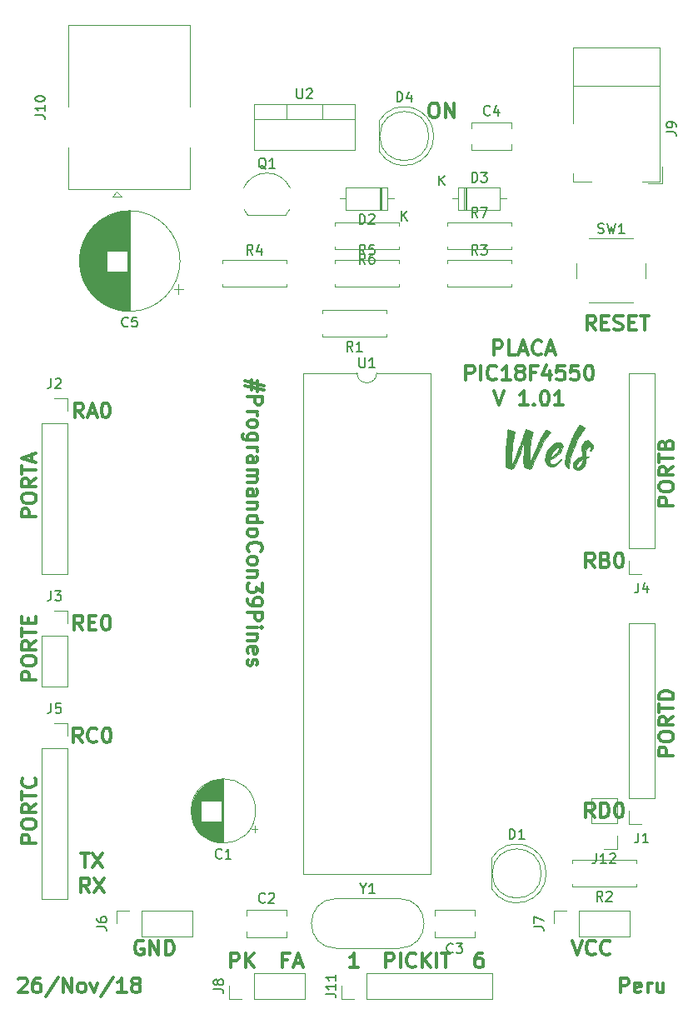
<source format=gbr>
G04 #@! TF.GenerationSoftware,KiCad,Pcbnew,(5.0.0)*
G04 #@! TF.CreationDate,2019-04-13T21:59:49-05:00*
G04 #@! TF.ProjectId,Placa_PIC18F4550,506C6163615F50494331384634353530,rev?*
G04 #@! TF.SameCoordinates,Original*
G04 #@! TF.FileFunction,Legend,Top*
G04 #@! TF.FilePolarity,Positive*
%FSLAX46Y46*%
G04 Gerber Fmt 4.6, Leading zero omitted, Abs format (unit mm)*
G04 Created by KiCad (PCBNEW (5.0.0)) date 04/13/19 21:59:49*
%MOMM*%
%LPD*%
G01*
G04 APERTURE LIST*
%ADD10C,0.300000*%
%ADD11C,0.120000*%
%ADD12C,0.010000*%
%ADD13C,0.150000*%
G04 APERTURE END LIST*
D10*
X79061428Y-92215714D02*
X79061428Y-93287142D01*
X79704285Y-92644285D02*
X77775714Y-92215714D01*
X78418571Y-93144285D02*
X78418571Y-92072857D01*
X77775714Y-92715714D02*
X79704285Y-93144285D01*
X78061428Y-93787142D02*
X79561428Y-93787142D01*
X79561428Y-94358571D01*
X79490000Y-94501428D01*
X79418571Y-94572857D01*
X79275714Y-94644285D01*
X79061428Y-94644285D01*
X78918571Y-94572857D01*
X78847142Y-94501428D01*
X78775714Y-94358571D01*
X78775714Y-93787142D01*
X78061428Y-95287142D02*
X79061428Y-95287142D01*
X78775714Y-95287142D02*
X78918571Y-95358571D01*
X78990000Y-95430000D01*
X79061428Y-95572857D01*
X79061428Y-95715714D01*
X78061428Y-96430000D02*
X78132857Y-96287142D01*
X78204285Y-96215714D01*
X78347142Y-96144285D01*
X78775714Y-96144285D01*
X78918571Y-96215714D01*
X78990000Y-96287142D01*
X79061428Y-96430000D01*
X79061428Y-96644285D01*
X78990000Y-96787142D01*
X78918571Y-96858571D01*
X78775714Y-96930000D01*
X78347142Y-96930000D01*
X78204285Y-96858571D01*
X78132857Y-96787142D01*
X78061428Y-96644285D01*
X78061428Y-96430000D01*
X79061428Y-98215714D02*
X77847142Y-98215714D01*
X77704285Y-98144285D01*
X77632857Y-98072857D01*
X77561428Y-97930000D01*
X77561428Y-97715714D01*
X77632857Y-97572857D01*
X78132857Y-98215714D02*
X78061428Y-98072857D01*
X78061428Y-97787142D01*
X78132857Y-97644285D01*
X78204285Y-97572857D01*
X78347142Y-97501428D01*
X78775714Y-97501428D01*
X78918571Y-97572857D01*
X78990000Y-97644285D01*
X79061428Y-97787142D01*
X79061428Y-98072857D01*
X78990000Y-98215714D01*
X78061428Y-98930000D02*
X79061428Y-98930000D01*
X78775714Y-98930000D02*
X78918571Y-99001428D01*
X78990000Y-99072857D01*
X79061428Y-99215714D01*
X79061428Y-99358571D01*
X78061428Y-100501428D02*
X78847142Y-100501428D01*
X78990000Y-100430000D01*
X79061428Y-100287142D01*
X79061428Y-100001428D01*
X78990000Y-99858571D01*
X78132857Y-100501428D02*
X78061428Y-100358571D01*
X78061428Y-100001428D01*
X78132857Y-99858571D01*
X78275714Y-99787142D01*
X78418571Y-99787142D01*
X78561428Y-99858571D01*
X78632857Y-100001428D01*
X78632857Y-100358571D01*
X78704285Y-100501428D01*
X78061428Y-101215714D02*
X79061428Y-101215714D01*
X78918571Y-101215714D02*
X78990000Y-101287142D01*
X79061428Y-101430000D01*
X79061428Y-101644285D01*
X78990000Y-101787142D01*
X78847142Y-101858571D01*
X78061428Y-101858571D01*
X78847142Y-101858571D02*
X78990000Y-101930000D01*
X79061428Y-102072857D01*
X79061428Y-102287142D01*
X78990000Y-102430000D01*
X78847142Y-102501428D01*
X78061428Y-102501428D01*
X78061428Y-103858571D02*
X78847142Y-103858571D01*
X78990000Y-103787142D01*
X79061428Y-103644285D01*
X79061428Y-103358571D01*
X78990000Y-103215714D01*
X78132857Y-103858571D02*
X78061428Y-103715714D01*
X78061428Y-103358571D01*
X78132857Y-103215714D01*
X78275714Y-103144285D01*
X78418571Y-103144285D01*
X78561428Y-103215714D01*
X78632857Y-103358571D01*
X78632857Y-103715714D01*
X78704285Y-103858571D01*
X79061428Y-104572857D02*
X78061428Y-104572857D01*
X78918571Y-104572857D02*
X78990000Y-104644285D01*
X79061428Y-104787142D01*
X79061428Y-105001428D01*
X78990000Y-105144285D01*
X78847142Y-105215714D01*
X78061428Y-105215714D01*
X78061428Y-106572857D02*
X79561428Y-106572857D01*
X78132857Y-106572857D02*
X78061428Y-106430000D01*
X78061428Y-106144285D01*
X78132857Y-106001428D01*
X78204285Y-105930000D01*
X78347142Y-105858571D01*
X78775714Y-105858571D01*
X78918571Y-105930000D01*
X78990000Y-106001428D01*
X79061428Y-106144285D01*
X79061428Y-106430000D01*
X78990000Y-106572857D01*
X78061428Y-107501428D02*
X78132857Y-107358571D01*
X78204285Y-107287142D01*
X78347142Y-107215714D01*
X78775714Y-107215714D01*
X78918571Y-107287142D01*
X78990000Y-107358571D01*
X79061428Y-107501428D01*
X79061428Y-107715714D01*
X78990000Y-107858571D01*
X78918571Y-107930000D01*
X78775714Y-108001428D01*
X78347142Y-108001428D01*
X78204285Y-107930000D01*
X78132857Y-107858571D01*
X78061428Y-107715714D01*
X78061428Y-107501428D01*
X78204285Y-109501428D02*
X78132857Y-109430000D01*
X78061428Y-109215714D01*
X78061428Y-109072857D01*
X78132857Y-108858571D01*
X78275714Y-108715714D01*
X78418571Y-108644285D01*
X78704285Y-108572857D01*
X78918571Y-108572857D01*
X79204285Y-108644285D01*
X79347142Y-108715714D01*
X79490000Y-108858571D01*
X79561428Y-109072857D01*
X79561428Y-109215714D01*
X79490000Y-109430000D01*
X79418571Y-109501428D01*
X78061428Y-110358571D02*
X78132857Y-110215714D01*
X78204285Y-110144285D01*
X78347142Y-110072857D01*
X78775714Y-110072857D01*
X78918571Y-110144285D01*
X78990000Y-110215714D01*
X79061428Y-110358571D01*
X79061428Y-110572857D01*
X78990000Y-110715714D01*
X78918571Y-110787142D01*
X78775714Y-110858571D01*
X78347142Y-110858571D01*
X78204285Y-110787142D01*
X78132857Y-110715714D01*
X78061428Y-110572857D01*
X78061428Y-110358571D01*
X79061428Y-111501428D02*
X78061428Y-111501428D01*
X78918571Y-111501428D02*
X78990000Y-111572857D01*
X79061428Y-111715714D01*
X79061428Y-111930000D01*
X78990000Y-112072857D01*
X78847142Y-112144285D01*
X78061428Y-112144285D01*
X79561428Y-112715714D02*
X79561428Y-113644285D01*
X78990000Y-113144285D01*
X78990000Y-113358571D01*
X78918571Y-113501428D01*
X78847142Y-113572857D01*
X78704285Y-113644285D01*
X78347142Y-113644285D01*
X78204285Y-113572857D01*
X78132857Y-113501428D01*
X78061428Y-113358571D01*
X78061428Y-112930000D01*
X78132857Y-112787142D01*
X78204285Y-112715714D01*
X78061428Y-114358571D02*
X78061428Y-114644285D01*
X78132857Y-114787142D01*
X78204285Y-114858571D01*
X78418571Y-115001428D01*
X78704285Y-115072857D01*
X79275714Y-115072857D01*
X79418571Y-115001428D01*
X79490000Y-114930000D01*
X79561428Y-114787142D01*
X79561428Y-114501428D01*
X79490000Y-114358571D01*
X79418571Y-114287142D01*
X79275714Y-114215714D01*
X78918571Y-114215714D01*
X78775714Y-114287142D01*
X78704285Y-114358571D01*
X78632857Y-114501428D01*
X78632857Y-114787142D01*
X78704285Y-114930000D01*
X78775714Y-115001428D01*
X78918571Y-115072857D01*
X78061428Y-115715714D02*
X79561428Y-115715714D01*
X79561428Y-116287142D01*
X79490000Y-116430000D01*
X79418571Y-116501428D01*
X79275714Y-116572857D01*
X79061428Y-116572857D01*
X78918571Y-116501428D01*
X78847142Y-116430000D01*
X78775714Y-116287142D01*
X78775714Y-115715714D01*
X78061428Y-117215714D02*
X79061428Y-117215714D01*
X79561428Y-117215714D02*
X79490000Y-117144285D01*
X79418571Y-117215714D01*
X79490000Y-117287142D01*
X79561428Y-117215714D01*
X79418571Y-117215714D01*
X79061428Y-117930000D02*
X78061428Y-117930000D01*
X78918571Y-117930000D02*
X78990000Y-118001428D01*
X79061428Y-118144285D01*
X79061428Y-118358571D01*
X78990000Y-118501428D01*
X78847142Y-118572857D01*
X78061428Y-118572857D01*
X78132857Y-119858571D02*
X78061428Y-119715714D01*
X78061428Y-119430000D01*
X78132857Y-119287142D01*
X78275714Y-119215714D01*
X78847142Y-119215714D01*
X78990000Y-119287142D01*
X79061428Y-119430000D01*
X79061428Y-119715714D01*
X78990000Y-119858571D01*
X78847142Y-119930000D01*
X78704285Y-119930000D01*
X78561428Y-119215714D01*
X78132857Y-120501428D02*
X78061428Y-120644285D01*
X78061428Y-120930000D01*
X78132857Y-121072857D01*
X78275714Y-121144285D01*
X78347142Y-121144285D01*
X78490000Y-121072857D01*
X78561428Y-120930000D01*
X78561428Y-120715714D01*
X78632857Y-120572857D01*
X78775714Y-120501428D01*
X78847142Y-120501428D01*
X78990000Y-120572857D01*
X79061428Y-120715714D01*
X79061428Y-120930000D01*
X78990000Y-121072857D01*
X115931428Y-154348571D02*
X115931428Y-152848571D01*
X116502857Y-152848571D01*
X116645714Y-152920000D01*
X116717142Y-152991428D01*
X116788571Y-153134285D01*
X116788571Y-153348571D01*
X116717142Y-153491428D01*
X116645714Y-153562857D01*
X116502857Y-153634285D01*
X115931428Y-153634285D01*
X118002857Y-154277142D02*
X117860000Y-154348571D01*
X117574285Y-154348571D01*
X117431428Y-154277142D01*
X117360000Y-154134285D01*
X117360000Y-153562857D01*
X117431428Y-153420000D01*
X117574285Y-153348571D01*
X117860000Y-153348571D01*
X118002857Y-153420000D01*
X118074285Y-153562857D01*
X118074285Y-153705714D01*
X117360000Y-153848571D01*
X118717142Y-154348571D02*
X118717142Y-153348571D01*
X118717142Y-153634285D02*
X118788571Y-153491428D01*
X118860000Y-153420000D01*
X119002857Y-153348571D01*
X119145714Y-153348571D01*
X120288571Y-153348571D02*
X120288571Y-154348571D01*
X119645714Y-153348571D02*
X119645714Y-154134285D01*
X119717142Y-154277142D01*
X119860000Y-154348571D01*
X120074285Y-154348571D01*
X120217142Y-154277142D01*
X120288571Y-154205714D01*
X54781428Y-152991428D02*
X54852857Y-152920000D01*
X54995714Y-152848571D01*
X55352857Y-152848571D01*
X55495714Y-152920000D01*
X55567142Y-152991428D01*
X55638571Y-153134285D01*
X55638571Y-153277142D01*
X55567142Y-153491428D01*
X54710000Y-154348571D01*
X55638571Y-154348571D01*
X56924285Y-152848571D02*
X56638571Y-152848571D01*
X56495714Y-152920000D01*
X56424285Y-152991428D01*
X56281428Y-153205714D01*
X56210000Y-153491428D01*
X56210000Y-154062857D01*
X56281428Y-154205714D01*
X56352857Y-154277142D01*
X56495714Y-154348571D01*
X56781428Y-154348571D01*
X56924285Y-154277142D01*
X56995714Y-154205714D01*
X57067142Y-154062857D01*
X57067142Y-153705714D01*
X56995714Y-153562857D01*
X56924285Y-153491428D01*
X56781428Y-153420000D01*
X56495714Y-153420000D01*
X56352857Y-153491428D01*
X56281428Y-153562857D01*
X56210000Y-153705714D01*
X58781428Y-152777142D02*
X57495714Y-154705714D01*
X59281428Y-154348571D02*
X59281428Y-152848571D01*
X60138571Y-154348571D01*
X60138571Y-152848571D01*
X61067142Y-154348571D02*
X60924285Y-154277142D01*
X60852857Y-154205714D01*
X60781428Y-154062857D01*
X60781428Y-153634285D01*
X60852857Y-153491428D01*
X60924285Y-153420000D01*
X61067142Y-153348571D01*
X61281428Y-153348571D01*
X61424285Y-153420000D01*
X61495714Y-153491428D01*
X61567142Y-153634285D01*
X61567142Y-154062857D01*
X61495714Y-154205714D01*
X61424285Y-154277142D01*
X61281428Y-154348571D01*
X61067142Y-154348571D01*
X62067142Y-153348571D02*
X62424285Y-154348571D01*
X62781428Y-153348571D01*
X64424285Y-152777142D02*
X63138571Y-154705714D01*
X65710000Y-154348571D02*
X64852857Y-154348571D01*
X65281428Y-154348571D02*
X65281428Y-152848571D01*
X65138571Y-153062857D01*
X64995714Y-153205714D01*
X64852857Y-153277142D01*
X66567142Y-153491428D02*
X66424285Y-153420000D01*
X66352857Y-153348571D01*
X66281428Y-153205714D01*
X66281428Y-153134285D01*
X66352857Y-152991428D01*
X66424285Y-152920000D01*
X66567142Y-152848571D01*
X66852857Y-152848571D01*
X66995714Y-152920000D01*
X67067142Y-152991428D01*
X67138571Y-153134285D01*
X67138571Y-153205714D01*
X67067142Y-153348571D01*
X66995714Y-153420000D01*
X66852857Y-153491428D01*
X66567142Y-153491428D01*
X66424285Y-153562857D01*
X66352857Y-153634285D01*
X66281428Y-153777142D01*
X66281428Y-154062857D01*
X66352857Y-154205714D01*
X66424285Y-154277142D01*
X66567142Y-154348571D01*
X66852857Y-154348571D01*
X66995714Y-154277142D01*
X67067142Y-154205714D01*
X67138571Y-154062857D01*
X67138571Y-153777142D01*
X67067142Y-153634285D01*
X66995714Y-153562857D01*
X66852857Y-153491428D01*
X103072857Y-89568571D02*
X103072857Y-88068571D01*
X103644285Y-88068571D01*
X103787142Y-88140000D01*
X103858571Y-88211428D01*
X103930000Y-88354285D01*
X103930000Y-88568571D01*
X103858571Y-88711428D01*
X103787142Y-88782857D01*
X103644285Y-88854285D01*
X103072857Y-88854285D01*
X105287142Y-89568571D02*
X104572857Y-89568571D01*
X104572857Y-88068571D01*
X105715714Y-89140000D02*
X106430000Y-89140000D01*
X105572857Y-89568571D02*
X106072857Y-88068571D01*
X106572857Y-89568571D01*
X107930000Y-89425714D02*
X107858571Y-89497142D01*
X107644285Y-89568571D01*
X107501428Y-89568571D01*
X107287142Y-89497142D01*
X107144285Y-89354285D01*
X107072857Y-89211428D01*
X107001428Y-88925714D01*
X107001428Y-88711428D01*
X107072857Y-88425714D01*
X107144285Y-88282857D01*
X107287142Y-88140000D01*
X107501428Y-88068571D01*
X107644285Y-88068571D01*
X107858571Y-88140000D01*
X107930000Y-88211428D01*
X108501428Y-89140000D02*
X109215714Y-89140000D01*
X108358571Y-89568571D02*
X108858571Y-88068571D01*
X109358571Y-89568571D01*
X100251428Y-92118571D02*
X100251428Y-90618571D01*
X100822857Y-90618571D01*
X100965714Y-90690000D01*
X101037142Y-90761428D01*
X101108571Y-90904285D01*
X101108571Y-91118571D01*
X101037142Y-91261428D01*
X100965714Y-91332857D01*
X100822857Y-91404285D01*
X100251428Y-91404285D01*
X101751428Y-92118571D02*
X101751428Y-90618571D01*
X103322857Y-91975714D02*
X103251428Y-92047142D01*
X103037142Y-92118571D01*
X102894285Y-92118571D01*
X102680000Y-92047142D01*
X102537142Y-91904285D01*
X102465714Y-91761428D01*
X102394285Y-91475714D01*
X102394285Y-91261428D01*
X102465714Y-90975714D01*
X102537142Y-90832857D01*
X102680000Y-90690000D01*
X102894285Y-90618571D01*
X103037142Y-90618571D01*
X103251428Y-90690000D01*
X103322857Y-90761428D01*
X104751428Y-92118571D02*
X103894285Y-92118571D01*
X104322857Y-92118571D02*
X104322857Y-90618571D01*
X104180000Y-90832857D01*
X104037142Y-90975714D01*
X103894285Y-91047142D01*
X105608571Y-91261428D02*
X105465714Y-91190000D01*
X105394285Y-91118571D01*
X105322857Y-90975714D01*
X105322857Y-90904285D01*
X105394285Y-90761428D01*
X105465714Y-90690000D01*
X105608571Y-90618571D01*
X105894285Y-90618571D01*
X106037142Y-90690000D01*
X106108571Y-90761428D01*
X106180000Y-90904285D01*
X106180000Y-90975714D01*
X106108571Y-91118571D01*
X106037142Y-91190000D01*
X105894285Y-91261428D01*
X105608571Y-91261428D01*
X105465714Y-91332857D01*
X105394285Y-91404285D01*
X105322857Y-91547142D01*
X105322857Y-91832857D01*
X105394285Y-91975714D01*
X105465714Y-92047142D01*
X105608571Y-92118571D01*
X105894285Y-92118571D01*
X106037142Y-92047142D01*
X106108571Y-91975714D01*
X106180000Y-91832857D01*
X106180000Y-91547142D01*
X106108571Y-91404285D01*
X106037142Y-91332857D01*
X105894285Y-91261428D01*
X107322857Y-91332857D02*
X106822857Y-91332857D01*
X106822857Y-92118571D02*
X106822857Y-90618571D01*
X107537142Y-90618571D01*
X108751428Y-91118571D02*
X108751428Y-92118571D01*
X108394285Y-90547142D02*
X108037142Y-91618571D01*
X108965714Y-91618571D01*
X110251428Y-90618571D02*
X109537142Y-90618571D01*
X109465714Y-91332857D01*
X109537142Y-91261428D01*
X109680000Y-91190000D01*
X110037142Y-91190000D01*
X110180000Y-91261428D01*
X110251428Y-91332857D01*
X110322857Y-91475714D01*
X110322857Y-91832857D01*
X110251428Y-91975714D01*
X110180000Y-92047142D01*
X110037142Y-92118571D01*
X109680000Y-92118571D01*
X109537142Y-92047142D01*
X109465714Y-91975714D01*
X111680000Y-90618571D02*
X110965714Y-90618571D01*
X110894285Y-91332857D01*
X110965714Y-91261428D01*
X111108571Y-91190000D01*
X111465714Y-91190000D01*
X111608571Y-91261428D01*
X111680000Y-91332857D01*
X111751428Y-91475714D01*
X111751428Y-91832857D01*
X111680000Y-91975714D01*
X111608571Y-92047142D01*
X111465714Y-92118571D01*
X111108571Y-92118571D01*
X110965714Y-92047142D01*
X110894285Y-91975714D01*
X112680000Y-90618571D02*
X112822857Y-90618571D01*
X112965714Y-90690000D01*
X113037142Y-90761428D01*
X113108571Y-90904285D01*
X113180000Y-91190000D01*
X113180000Y-91547142D01*
X113108571Y-91832857D01*
X113037142Y-91975714D01*
X112965714Y-92047142D01*
X112822857Y-92118571D01*
X112680000Y-92118571D01*
X112537142Y-92047142D01*
X112465714Y-91975714D01*
X112394285Y-91832857D01*
X112322857Y-91547142D01*
X112322857Y-91190000D01*
X112394285Y-90904285D01*
X112465714Y-90761428D01*
X112537142Y-90690000D01*
X112680000Y-90618571D01*
X103108571Y-93168571D02*
X103608571Y-94668571D01*
X104108571Y-93168571D01*
X106537142Y-94668571D02*
X105680000Y-94668571D01*
X106108571Y-94668571D02*
X106108571Y-93168571D01*
X105965714Y-93382857D01*
X105822857Y-93525714D01*
X105680000Y-93597142D01*
X107180000Y-94525714D02*
X107251428Y-94597142D01*
X107180000Y-94668571D01*
X107108571Y-94597142D01*
X107180000Y-94525714D01*
X107180000Y-94668571D01*
X108180000Y-93168571D02*
X108322857Y-93168571D01*
X108465714Y-93240000D01*
X108537142Y-93311428D01*
X108608571Y-93454285D01*
X108680000Y-93740000D01*
X108680000Y-94097142D01*
X108608571Y-94382857D01*
X108537142Y-94525714D01*
X108465714Y-94597142D01*
X108322857Y-94668571D01*
X108180000Y-94668571D01*
X108037142Y-94597142D01*
X107965714Y-94525714D01*
X107894285Y-94382857D01*
X107822857Y-94097142D01*
X107822857Y-93740000D01*
X107894285Y-93454285D01*
X107965714Y-93311428D01*
X108037142Y-93240000D01*
X108180000Y-93168571D01*
X110108571Y-94668571D02*
X109251428Y-94668571D01*
X109680000Y-94668571D02*
X109680000Y-93168571D01*
X109537142Y-93382857D01*
X109394285Y-93525714D01*
X109251428Y-93597142D01*
X61980000Y-144188571D02*
X61480000Y-143474285D01*
X61122857Y-144188571D02*
X61122857Y-142688571D01*
X61694285Y-142688571D01*
X61837142Y-142760000D01*
X61908571Y-142831428D01*
X61980000Y-142974285D01*
X61980000Y-143188571D01*
X61908571Y-143331428D01*
X61837142Y-143402857D01*
X61694285Y-143474285D01*
X61122857Y-143474285D01*
X62480000Y-142688571D02*
X63480000Y-144188571D01*
X63480000Y-142688571D02*
X62480000Y-144188571D01*
X61087142Y-140148571D02*
X61944285Y-140148571D01*
X61515714Y-141648571D02*
X61515714Y-140148571D01*
X62301428Y-140148571D02*
X63301428Y-141648571D01*
X63301428Y-140148571D02*
X62301428Y-141648571D01*
X96861428Y-63948571D02*
X97147142Y-63948571D01*
X97290000Y-64020000D01*
X97432857Y-64162857D01*
X97504285Y-64448571D01*
X97504285Y-64948571D01*
X97432857Y-65234285D01*
X97290000Y-65377142D01*
X97147142Y-65448571D01*
X96861428Y-65448571D01*
X96718571Y-65377142D01*
X96575714Y-65234285D01*
X96504285Y-64948571D01*
X96504285Y-64448571D01*
X96575714Y-64162857D01*
X96718571Y-64020000D01*
X96861428Y-63948571D01*
X98147142Y-65448571D02*
X98147142Y-63948571D01*
X99004285Y-65448571D01*
X99004285Y-63948571D01*
X113391428Y-87038571D02*
X112891428Y-86324285D01*
X112534285Y-87038571D02*
X112534285Y-85538571D01*
X113105714Y-85538571D01*
X113248571Y-85610000D01*
X113320000Y-85681428D01*
X113391428Y-85824285D01*
X113391428Y-86038571D01*
X113320000Y-86181428D01*
X113248571Y-86252857D01*
X113105714Y-86324285D01*
X112534285Y-86324285D01*
X114034285Y-86252857D02*
X114534285Y-86252857D01*
X114748571Y-87038571D02*
X114034285Y-87038571D01*
X114034285Y-85538571D01*
X114748571Y-85538571D01*
X115320000Y-86967142D02*
X115534285Y-87038571D01*
X115891428Y-87038571D01*
X116034285Y-86967142D01*
X116105714Y-86895714D01*
X116177142Y-86752857D01*
X116177142Y-86610000D01*
X116105714Y-86467142D01*
X116034285Y-86395714D01*
X115891428Y-86324285D01*
X115605714Y-86252857D01*
X115462857Y-86181428D01*
X115391428Y-86110000D01*
X115320000Y-85967142D01*
X115320000Y-85824285D01*
X115391428Y-85681428D01*
X115462857Y-85610000D01*
X115605714Y-85538571D01*
X115962857Y-85538571D01*
X116177142Y-85610000D01*
X116820000Y-86252857D02*
X117320000Y-86252857D01*
X117534285Y-87038571D02*
X116820000Y-87038571D01*
X116820000Y-85538571D01*
X117534285Y-85538571D01*
X117962857Y-85538571D02*
X118820000Y-85538571D01*
X118391428Y-87038571D02*
X118391428Y-85538571D01*
X121328571Y-104850000D02*
X119828571Y-104850000D01*
X119828571Y-104278571D01*
X119900000Y-104135714D01*
X119971428Y-104064285D01*
X120114285Y-103992857D01*
X120328571Y-103992857D01*
X120471428Y-104064285D01*
X120542857Y-104135714D01*
X120614285Y-104278571D01*
X120614285Y-104850000D01*
X119828571Y-103064285D02*
X119828571Y-102778571D01*
X119900000Y-102635714D01*
X120042857Y-102492857D01*
X120328571Y-102421428D01*
X120828571Y-102421428D01*
X121114285Y-102492857D01*
X121257142Y-102635714D01*
X121328571Y-102778571D01*
X121328571Y-103064285D01*
X121257142Y-103207142D01*
X121114285Y-103350000D01*
X120828571Y-103421428D01*
X120328571Y-103421428D01*
X120042857Y-103350000D01*
X119900000Y-103207142D01*
X119828571Y-103064285D01*
X121328571Y-100921428D02*
X120614285Y-101421428D01*
X121328571Y-101778571D02*
X119828571Y-101778571D01*
X119828571Y-101207142D01*
X119900000Y-101064285D01*
X119971428Y-100992857D01*
X120114285Y-100921428D01*
X120328571Y-100921428D01*
X120471428Y-100992857D01*
X120542857Y-101064285D01*
X120614285Y-101207142D01*
X120614285Y-101778571D01*
X119828571Y-100492857D02*
X119828571Y-99635714D01*
X121328571Y-100064285D02*
X119828571Y-100064285D01*
X120542857Y-98635714D02*
X120614285Y-98421428D01*
X120685714Y-98350000D01*
X120828571Y-98278571D01*
X121042857Y-98278571D01*
X121185714Y-98350000D01*
X121257142Y-98421428D01*
X121328571Y-98564285D01*
X121328571Y-99135714D01*
X119828571Y-99135714D01*
X119828571Y-98635714D01*
X119900000Y-98492857D01*
X119971428Y-98421428D01*
X120114285Y-98350000D01*
X120257142Y-98350000D01*
X120400000Y-98421428D01*
X120471428Y-98492857D01*
X120542857Y-98635714D01*
X120542857Y-99135714D01*
X113300000Y-111168571D02*
X112800000Y-110454285D01*
X112442857Y-111168571D02*
X112442857Y-109668571D01*
X113014285Y-109668571D01*
X113157142Y-109740000D01*
X113228571Y-109811428D01*
X113300000Y-109954285D01*
X113300000Y-110168571D01*
X113228571Y-110311428D01*
X113157142Y-110382857D01*
X113014285Y-110454285D01*
X112442857Y-110454285D01*
X114442857Y-110382857D02*
X114657142Y-110454285D01*
X114728571Y-110525714D01*
X114800000Y-110668571D01*
X114800000Y-110882857D01*
X114728571Y-111025714D01*
X114657142Y-111097142D01*
X114514285Y-111168571D01*
X113942857Y-111168571D01*
X113942857Y-109668571D01*
X114442857Y-109668571D01*
X114585714Y-109740000D01*
X114657142Y-109811428D01*
X114728571Y-109954285D01*
X114728571Y-110097142D01*
X114657142Y-110240000D01*
X114585714Y-110311428D01*
X114442857Y-110382857D01*
X113942857Y-110382857D01*
X115728571Y-109668571D02*
X115871428Y-109668571D01*
X116014285Y-109740000D01*
X116085714Y-109811428D01*
X116157142Y-109954285D01*
X116228571Y-110240000D01*
X116228571Y-110597142D01*
X116157142Y-110882857D01*
X116085714Y-111025714D01*
X116014285Y-111097142D01*
X115871428Y-111168571D01*
X115728571Y-111168571D01*
X115585714Y-111097142D01*
X115514285Y-111025714D01*
X115442857Y-110882857D01*
X115371428Y-110597142D01*
X115371428Y-110240000D01*
X115442857Y-109954285D01*
X115514285Y-109811428D01*
X115585714Y-109740000D01*
X115728571Y-109668571D01*
X121328571Y-130250000D02*
X119828571Y-130250000D01*
X119828571Y-129678571D01*
X119900000Y-129535714D01*
X119971428Y-129464285D01*
X120114285Y-129392857D01*
X120328571Y-129392857D01*
X120471428Y-129464285D01*
X120542857Y-129535714D01*
X120614285Y-129678571D01*
X120614285Y-130250000D01*
X119828571Y-128464285D02*
X119828571Y-128178571D01*
X119900000Y-128035714D01*
X120042857Y-127892857D01*
X120328571Y-127821428D01*
X120828571Y-127821428D01*
X121114285Y-127892857D01*
X121257142Y-128035714D01*
X121328571Y-128178571D01*
X121328571Y-128464285D01*
X121257142Y-128607142D01*
X121114285Y-128750000D01*
X120828571Y-128821428D01*
X120328571Y-128821428D01*
X120042857Y-128750000D01*
X119900000Y-128607142D01*
X119828571Y-128464285D01*
X121328571Y-126321428D02*
X120614285Y-126821428D01*
X121328571Y-127178571D02*
X119828571Y-127178571D01*
X119828571Y-126607142D01*
X119900000Y-126464285D01*
X119971428Y-126392857D01*
X120114285Y-126321428D01*
X120328571Y-126321428D01*
X120471428Y-126392857D01*
X120542857Y-126464285D01*
X120614285Y-126607142D01*
X120614285Y-127178571D01*
X119828571Y-125892857D02*
X119828571Y-125035714D01*
X121328571Y-125464285D02*
X119828571Y-125464285D01*
X121328571Y-124535714D02*
X119828571Y-124535714D01*
X119828571Y-124178571D01*
X119900000Y-123964285D01*
X120042857Y-123821428D01*
X120185714Y-123750000D01*
X120471428Y-123678571D01*
X120685714Y-123678571D01*
X120971428Y-123750000D01*
X121114285Y-123821428D01*
X121257142Y-123964285D01*
X121328571Y-124178571D01*
X121328571Y-124535714D01*
X113300000Y-136568571D02*
X112800000Y-135854285D01*
X112442857Y-136568571D02*
X112442857Y-135068571D01*
X113014285Y-135068571D01*
X113157142Y-135140000D01*
X113228571Y-135211428D01*
X113300000Y-135354285D01*
X113300000Y-135568571D01*
X113228571Y-135711428D01*
X113157142Y-135782857D01*
X113014285Y-135854285D01*
X112442857Y-135854285D01*
X113942857Y-136568571D02*
X113942857Y-135068571D01*
X114300000Y-135068571D01*
X114514285Y-135140000D01*
X114657142Y-135282857D01*
X114728571Y-135425714D01*
X114800000Y-135711428D01*
X114800000Y-135925714D01*
X114728571Y-136211428D01*
X114657142Y-136354285D01*
X114514285Y-136497142D01*
X114300000Y-136568571D01*
X113942857Y-136568571D01*
X115728571Y-135068571D02*
X115871428Y-135068571D01*
X116014285Y-135140000D01*
X116085714Y-135211428D01*
X116157142Y-135354285D01*
X116228571Y-135640000D01*
X116228571Y-135997142D01*
X116157142Y-136282857D01*
X116085714Y-136425714D01*
X116014285Y-136497142D01*
X115871428Y-136568571D01*
X115728571Y-136568571D01*
X115585714Y-136497142D01*
X115514285Y-136425714D01*
X115442857Y-136282857D01*
X115371428Y-135997142D01*
X115371428Y-135640000D01*
X115442857Y-135354285D01*
X115514285Y-135211428D01*
X115585714Y-135140000D01*
X115728571Y-135068571D01*
X101885714Y-150308571D02*
X101600000Y-150308571D01*
X101457142Y-150380000D01*
X101385714Y-150451428D01*
X101242857Y-150665714D01*
X101171428Y-150951428D01*
X101171428Y-151522857D01*
X101242857Y-151665714D01*
X101314285Y-151737142D01*
X101457142Y-151808571D01*
X101742857Y-151808571D01*
X101885714Y-151737142D01*
X101957142Y-151665714D01*
X102028571Y-151522857D01*
X102028571Y-151165714D01*
X101957142Y-151022857D01*
X101885714Y-150951428D01*
X101742857Y-150880000D01*
X101457142Y-150880000D01*
X101314285Y-150951428D01*
X101242857Y-151022857D01*
X101171428Y-151165714D01*
X89328571Y-151808571D02*
X88471428Y-151808571D01*
X88900000Y-151808571D02*
X88900000Y-150308571D01*
X88757142Y-150522857D01*
X88614285Y-150665714D01*
X88471428Y-150737142D01*
X92071428Y-151808571D02*
X92071428Y-150308571D01*
X92642857Y-150308571D01*
X92785714Y-150380000D01*
X92857142Y-150451428D01*
X92928571Y-150594285D01*
X92928571Y-150808571D01*
X92857142Y-150951428D01*
X92785714Y-151022857D01*
X92642857Y-151094285D01*
X92071428Y-151094285D01*
X93571428Y-151808571D02*
X93571428Y-150308571D01*
X95142857Y-151665714D02*
X95071428Y-151737142D01*
X94857142Y-151808571D01*
X94714285Y-151808571D01*
X94500000Y-151737142D01*
X94357142Y-151594285D01*
X94285714Y-151451428D01*
X94214285Y-151165714D01*
X94214285Y-150951428D01*
X94285714Y-150665714D01*
X94357142Y-150522857D01*
X94500000Y-150380000D01*
X94714285Y-150308571D01*
X94857142Y-150308571D01*
X95071428Y-150380000D01*
X95142857Y-150451428D01*
X95785714Y-151808571D02*
X95785714Y-150308571D01*
X96642857Y-151808571D02*
X96000000Y-150951428D01*
X96642857Y-150308571D02*
X95785714Y-151165714D01*
X97285714Y-151808571D02*
X97285714Y-150308571D01*
X97785714Y-150308571D02*
X98642857Y-150308571D01*
X98214285Y-151808571D02*
X98214285Y-150308571D01*
X76327142Y-151808571D02*
X76327142Y-150308571D01*
X76898571Y-150308571D01*
X77041428Y-150380000D01*
X77112857Y-150451428D01*
X77184285Y-150594285D01*
X77184285Y-150808571D01*
X77112857Y-150951428D01*
X77041428Y-151022857D01*
X76898571Y-151094285D01*
X76327142Y-151094285D01*
X77827142Y-151808571D02*
X77827142Y-150308571D01*
X78684285Y-151808571D02*
X78041428Y-150951428D01*
X78684285Y-150308571D02*
X77827142Y-151165714D01*
X82121428Y-151022857D02*
X81621428Y-151022857D01*
X81621428Y-151808571D02*
X81621428Y-150308571D01*
X82335714Y-150308571D01*
X82835714Y-151380000D02*
X83550000Y-151380000D01*
X82692857Y-151808571D02*
X83192857Y-150308571D01*
X83692857Y-151808571D01*
X111030000Y-149038571D02*
X111530000Y-150538571D01*
X112030000Y-149038571D01*
X113387142Y-150395714D02*
X113315714Y-150467142D01*
X113101428Y-150538571D01*
X112958571Y-150538571D01*
X112744285Y-150467142D01*
X112601428Y-150324285D01*
X112530000Y-150181428D01*
X112458571Y-149895714D01*
X112458571Y-149681428D01*
X112530000Y-149395714D01*
X112601428Y-149252857D01*
X112744285Y-149110000D01*
X112958571Y-149038571D01*
X113101428Y-149038571D01*
X113315714Y-149110000D01*
X113387142Y-149181428D01*
X114887142Y-150395714D02*
X114815714Y-150467142D01*
X114601428Y-150538571D01*
X114458571Y-150538571D01*
X114244285Y-150467142D01*
X114101428Y-150324285D01*
X114030000Y-150181428D01*
X113958571Y-149895714D01*
X113958571Y-149681428D01*
X114030000Y-149395714D01*
X114101428Y-149252857D01*
X114244285Y-149110000D01*
X114458571Y-149038571D01*
X114601428Y-149038571D01*
X114815714Y-149110000D01*
X114887142Y-149181428D01*
X67437142Y-149110000D02*
X67294285Y-149038571D01*
X67080000Y-149038571D01*
X66865714Y-149110000D01*
X66722857Y-149252857D01*
X66651428Y-149395714D01*
X66580000Y-149681428D01*
X66580000Y-149895714D01*
X66651428Y-150181428D01*
X66722857Y-150324285D01*
X66865714Y-150467142D01*
X67080000Y-150538571D01*
X67222857Y-150538571D01*
X67437142Y-150467142D01*
X67508571Y-150395714D01*
X67508571Y-149895714D01*
X67222857Y-149895714D01*
X68151428Y-150538571D02*
X68151428Y-149038571D01*
X69008571Y-150538571D01*
X69008571Y-149038571D01*
X69722857Y-150538571D02*
X69722857Y-149038571D01*
X70080000Y-149038571D01*
X70294285Y-149110000D01*
X70437142Y-149252857D01*
X70508571Y-149395714D01*
X70580000Y-149681428D01*
X70580000Y-149895714D01*
X70508571Y-150181428D01*
X70437142Y-150324285D01*
X70294285Y-150467142D01*
X70080000Y-150538571D01*
X69722857Y-150538571D01*
X56558571Y-139140000D02*
X55058571Y-139140000D01*
X55058571Y-138568571D01*
X55130000Y-138425714D01*
X55201428Y-138354285D01*
X55344285Y-138282857D01*
X55558571Y-138282857D01*
X55701428Y-138354285D01*
X55772857Y-138425714D01*
X55844285Y-138568571D01*
X55844285Y-139140000D01*
X55058571Y-137354285D02*
X55058571Y-137068571D01*
X55130000Y-136925714D01*
X55272857Y-136782857D01*
X55558571Y-136711428D01*
X56058571Y-136711428D01*
X56344285Y-136782857D01*
X56487142Y-136925714D01*
X56558571Y-137068571D01*
X56558571Y-137354285D01*
X56487142Y-137497142D01*
X56344285Y-137640000D01*
X56058571Y-137711428D01*
X55558571Y-137711428D01*
X55272857Y-137640000D01*
X55130000Y-137497142D01*
X55058571Y-137354285D01*
X56558571Y-135211428D02*
X55844285Y-135711428D01*
X56558571Y-136068571D02*
X55058571Y-136068571D01*
X55058571Y-135497142D01*
X55130000Y-135354285D01*
X55201428Y-135282857D01*
X55344285Y-135211428D01*
X55558571Y-135211428D01*
X55701428Y-135282857D01*
X55772857Y-135354285D01*
X55844285Y-135497142D01*
X55844285Y-136068571D01*
X55058571Y-134782857D02*
X55058571Y-133925714D01*
X56558571Y-134354285D02*
X55058571Y-134354285D01*
X56415714Y-132568571D02*
X56487142Y-132640000D01*
X56558571Y-132854285D01*
X56558571Y-132997142D01*
X56487142Y-133211428D01*
X56344285Y-133354285D01*
X56201428Y-133425714D01*
X55915714Y-133497142D01*
X55701428Y-133497142D01*
X55415714Y-133425714D01*
X55272857Y-133354285D01*
X55130000Y-133211428D01*
X55058571Y-132997142D01*
X55058571Y-132854285D01*
X55130000Y-132640000D01*
X55201428Y-132568571D01*
X61230000Y-128948571D02*
X60730000Y-128234285D01*
X60372857Y-128948571D02*
X60372857Y-127448571D01*
X60944285Y-127448571D01*
X61087142Y-127520000D01*
X61158571Y-127591428D01*
X61230000Y-127734285D01*
X61230000Y-127948571D01*
X61158571Y-128091428D01*
X61087142Y-128162857D01*
X60944285Y-128234285D01*
X60372857Y-128234285D01*
X62730000Y-128805714D02*
X62658571Y-128877142D01*
X62444285Y-128948571D01*
X62301428Y-128948571D01*
X62087142Y-128877142D01*
X61944285Y-128734285D01*
X61872857Y-128591428D01*
X61801428Y-128305714D01*
X61801428Y-128091428D01*
X61872857Y-127805714D01*
X61944285Y-127662857D01*
X62087142Y-127520000D01*
X62301428Y-127448571D01*
X62444285Y-127448571D01*
X62658571Y-127520000D01*
X62730000Y-127591428D01*
X63658571Y-127448571D02*
X63801428Y-127448571D01*
X63944285Y-127520000D01*
X64015714Y-127591428D01*
X64087142Y-127734285D01*
X64158571Y-128020000D01*
X64158571Y-128377142D01*
X64087142Y-128662857D01*
X64015714Y-128805714D01*
X63944285Y-128877142D01*
X63801428Y-128948571D01*
X63658571Y-128948571D01*
X63515714Y-128877142D01*
X63444285Y-128805714D01*
X63372857Y-128662857D01*
X63301428Y-128377142D01*
X63301428Y-128020000D01*
X63372857Y-127734285D01*
X63444285Y-127591428D01*
X63515714Y-127520000D01*
X63658571Y-127448571D01*
X61301428Y-117518571D02*
X60801428Y-116804285D01*
X60444285Y-117518571D02*
X60444285Y-116018571D01*
X61015714Y-116018571D01*
X61158571Y-116090000D01*
X61230000Y-116161428D01*
X61301428Y-116304285D01*
X61301428Y-116518571D01*
X61230000Y-116661428D01*
X61158571Y-116732857D01*
X61015714Y-116804285D01*
X60444285Y-116804285D01*
X61944285Y-116732857D02*
X62444285Y-116732857D01*
X62658571Y-117518571D02*
X61944285Y-117518571D01*
X61944285Y-116018571D01*
X62658571Y-116018571D01*
X63587142Y-116018571D02*
X63730000Y-116018571D01*
X63872857Y-116090000D01*
X63944285Y-116161428D01*
X64015714Y-116304285D01*
X64087142Y-116590000D01*
X64087142Y-116947142D01*
X64015714Y-117232857D01*
X63944285Y-117375714D01*
X63872857Y-117447142D01*
X63730000Y-117518571D01*
X63587142Y-117518571D01*
X63444285Y-117447142D01*
X63372857Y-117375714D01*
X63301428Y-117232857D01*
X63230000Y-116947142D01*
X63230000Y-116590000D01*
X63301428Y-116304285D01*
X63372857Y-116161428D01*
X63444285Y-116090000D01*
X63587142Y-116018571D01*
X56558571Y-122558571D02*
X55058571Y-122558571D01*
X55058571Y-121987142D01*
X55130000Y-121844285D01*
X55201428Y-121772857D01*
X55344285Y-121701428D01*
X55558571Y-121701428D01*
X55701428Y-121772857D01*
X55772857Y-121844285D01*
X55844285Y-121987142D01*
X55844285Y-122558571D01*
X55058571Y-120772857D02*
X55058571Y-120487142D01*
X55130000Y-120344285D01*
X55272857Y-120201428D01*
X55558571Y-120130000D01*
X56058571Y-120130000D01*
X56344285Y-120201428D01*
X56487142Y-120344285D01*
X56558571Y-120487142D01*
X56558571Y-120772857D01*
X56487142Y-120915714D01*
X56344285Y-121058571D01*
X56058571Y-121130000D01*
X55558571Y-121130000D01*
X55272857Y-121058571D01*
X55130000Y-120915714D01*
X55058571Y-120772857D01*
X56558571Y-118630000D02*
X55844285Y-119130000D01*
X56558571Y-119487142D02*
X55058571Y-119487142D01*
X55058571Y-118915714D01*
X55130000Y-118772857D01*
X55201428Y-118701428D01*
X55344285Y-118630000D01*
X55558571Y-118630000D01*
X55701428Y-118701428D01*
X55772857Y-118772857D01*
X55844285Y-118915714D01*
X55844285Y-119487142D01*
X55058571Y-118201428D02*
X55058571Y-117344285D01*
X56558571Y-117772857D02*
X55058571Y-117772857D01*
X55772857Y-116844285D02*
X55772857Y-116344285D01*
X56558571Y-116130000D02*
X56558571Y-116844285D01*
X55058571Y-116844285D01*
X55058571Y-116130000D01*
X61337142Y-95928571D02*
X60837142Y-95214285D01*
X60480000Y-95928571D02*
X60480000Y-94428571D01*
X61051428Y-94428571D01*
X61194285Y-94500000D01*
X61265714Y-94571428D01*
X61337142Y-94714285D01*
X61337142Y-94928571D01*
X61265714Y-95071428D01*
X61194285Y-95142857D01*
X61051428Y-95214285D01*
X60480000Y-95214285D01*
X61908571Y-95500000D02*
X62622857Y-95500000D01*
X61765714Y-95928571D02*
X62265714Y-94428571D01*
X62765714Y-95928571D01*
X63551428Y-94428571D02*
X63694285Y-94428571D01*
X63837142Y-94500000D01*
X63908571Y-94571428D01*
X63980000Y-94714285D01*
X64051428Y-95000000D01*
X64051428Y-95357142D01*
X63980000Y-95642857D01*
X63908571Y-95785714D01*
X63837142Y-95857142D01*
X63694285Y-95928571D01*
X63551428Y-95928571D01*
X63408571Y-95857142D01*
X63337142Y-95785714D01*
X63265714Y-95642857D01*
X63194285Y-95357142D01*
X63194285Y-95000000D01*
X63265714Y-94714285D01*
X63337142Y-94571428D01*
X63408571Y-94500000D01*
X63551428Y-94428571D01*
X56558571Y-106012857D02*
X55058571Y-106012857D01*
X55058571Y-105441428D01*
X55130000Y-105298571D01*
X55201428Y-105227142D01*
X55344285Y-105155714D01*
X55558571Y-105155714D01*
X55701428Y-105227142D01*
X55772857Y-105298571D01*
X55844285Y-105441428D01*
X55844285Y-106012857D01*
X55058571Y-104227142D02*
X55058571Y-103941428D01*
X55130000Y-103798571D01*
X55272857Y-103655714D01*
X55558571Y-103584285D01*
X56058571Y-103584285D01*
X56344285Y-103655714D01*
X56487142Y-103798571D01*
X56558571Y-103941428D01*
X56558571Y-104227142D01*
X56487142Y-104370000D01*
X56344285Y-104512857D01*
X56058571Y-104584285D01*
X55558571Y-104584285D01*
X55272857Y-104512857D01*
X55130000Y-104370000D01*
X55058571Y-104227142D01*
X56558571Y-102084285D02*
X55844285Y-102584285D01*
X56558571Y-102941428D02*
X55058571Y-102941428D01*
X55058571Y-102370000D01*
X55130000Y-102227142D01*
X55201428Y-102155714D01*
X55344285Y-102084285D01*
X55558571Y-102084285D01*
X55701428Y-102155714D01*
X55772857Y-102227142D01*
X55844285Y-102370000D01*
X55844285Y-102941428D01*
X55058571Y-101655714D02*
X55058571Y-100798571D01*
X56558571Y-101227142D02*
X55058571Y-101227142D01*
X56130000Y-100370000D02*
X56130000Y-99655714D01*
X56558571Y-100512857D02*
X55058571Y-100012857D01*
X56558571Y-99512857D01*
D11*
G04 #@! TO.C,J10*
X59860000Y-68460000D02*
X59860000Y-72720000D01*
X59860000Y-72720000D02*
X72180000Y-72720000D01*
X72180000Y-72720000D02*
X72180000Y-68460000D01*
X59860000Y-64360000D02*
X59860000Y-56000000D01*
X59860000Y-56000000D02*
X72180000Y-56000000D01*
X72180000Y-56000000D02*
X72180000Y-64360000D01*
X64770000Y-72940000D02*
X64270000Y-73440000D01*
X64270000Y-73440000D02*
X65270000Y-73440000D01*
X65270000Y-73440000D02*
X64770000Y-72940000D01*
G04 #@! TO.C,C2*
X82010000Y-148115000D02*
X82010000Y-148740000D01*
X82010000Y-145900000D02*
X82010000Y-146525000D01*
X77970000Y-148115000D02*
X77970000Y-148740000D01*
X77970000Y-145900000D02*
X77970000Y-146525000D01*
X77970000Y-148740000D02*
X82010000Y-148740000D01*
X77970000Y-145900000D02*
X82010000Y-145900000D01*
G04 #@! TO.C,C3*
X101100000Y-148740000D02*
X97060000Y-148740000D01*
X101100000Y-145900000D02*
X97060000Y-145900000D01*
X101100000Y-148740000D02*
X101100000Y-148115000D01*
X101100000Y-146525000D02*
X101100000Y-145900000D01*
X97060000Y-148740000D02*
X97060000Y-148115000D01*
X97060000Y-146525000D02*
X97060000Y-145900000D01*
G04 #@! TO.C,C4*
X100830000Y-65890000D02*
X104870000Y-65890000D01*
X100830000Y-68730000D02*
X104870000Y-68730000D01*
X100830000Y-65890000D02*
X100830000Y-66515000D01*
X100830000Y-68105000D02*
X100830000Y-68730000D01*
X104870000Y-65890000D02*
X104870000Y-66515000D01*
X104870000Y-68105000D02*
X104870000Y-68730000D01*
G04 #@! TO.C,D1*
X108400000Y-142240462D02*
G75*
G03X102850000Y-140695170I-2990000J462D01*
G01*
X108400000Y-142239538D02*
G75*
G02X102850000Y-143784830I-2990000J-462D01*
G01*
X107910000Y-142240000D02*
G75*
G03X107910000Y-142240000I-2500000J0D01*
G01*
X102850000Y-140695000D02*
X102850000Y-143785000D01*
G04 #@! TO.C,D2*
X92290000Y-74780000D02*
X92290000Y-72540000D01*
X92290000Y-72540000D02*
X88050000Y-72540000D01*
X88050000Y-72540000D02*
X88050000Y-74780000D01*
X88050000Y-74780000D02*
X92290000Y-74780000D01*
X92940000Y-73660000D02*
X92290000Y-73660000D01*
X87400000Y-73660000D02*
X88050000Y-73660000D01*
X91570000Y-74780000D02*
X91570000Y-72540000D01*
X91450000Y-74780000D02*
X91450000Y-72540000D01*
X91690000Y-74780000D02*
X91690000Y-72540000D01*
G04 #@! TO.C,D3*
X100080000Y-72540000D02*
X100080000Y-74780000D01*
X100320000Y-72540000D02*
X100320000Y-74780000D01*
X100200000Y-72540000D02*
X100200000Y-74780000D01*
X104370000Y-73660000D02*
X103720000Y-73660000D01*
X98830000Y-73660000D02*
X99480000Y-73660000D01*
X103720000Y-72540000D02*
X99480000Y-72540000D01*
X103720000Y-74780000D02*
X103720000Y-72540000D01*
X99480000Y-74780000D02*
X103720000Y-74780000D01*
X99480000Y-72540000D02*
X99480000Y-74780000D01*
G04 #@! TO.C,D4*
X91420000Y-65765000D02*
X91420000Y-68855000D01*
X96480000Y-67310000D02*
G75*
G03X96480000Y-67310000I-2500000J0D01*
G01*
X96970000Y-67309538D02*
G75*
G02X91420000Y-68854830I-2990000J-462D01*
G01*
X96970000Y-67310462D02*
G75*
G03X91420000Y-65765170I-2990000J462D01*
G01*
G04 #@! TO.C,J1*
X119440000Y-134620000D02*
X116780000Y-134620000D01*
X119440000Y-134620000D02*
X119440000Y-116780000D01*
X119440000Y-116780000D02*
X116780000Y-116780000D01*
X116780000Y-134620000D02*
X116780000Y-116780000D01*
X116780000Y-137220000D02*
X116780000Y-135890000D01*
X118110000Y-137220000D02*
X116780000Y-137220000D01*
G04 #@! TO.C,J2*
X58420000Y-93920000D02*
X59750000Y-93920000D01*
X59750000Y-93920000D02*
X59750000Y-95250000D01*
X59750000Y-96520000D02*
X59750000Y-111820000D01*
X57090000Y-111820000D02*
X59750000Y-111820000D01*
X57090000Y-96520000D02*
X57090000Y-111820000D01*
X57090000Y-96520000D02*
X59750000Y-96520000D01*
G04 #@! TO.C,J3*
X57090000Y-118110000D02*
X59750000Y-118110000D01*
X57090000Y-118110000D02*
X57090000Y-123250000D01*
X57090000Y-123250000D02*
X59750000Y-123250000D01*
X59750000Y-118110000D02*
X59750000Y-123250000D01*
X59750000Y-115510000D02*
X59750000Y-116840000D01*
X58420000Y-115510000D02*
X59750000Y-115510000D01*
G04 #@! TO.C,J4*
X118110000Y-111820000D02*
X116780000Y-111820000D01*
X116780000Y-111820000D02*
X116780000Y-110490000D01*
X116780000Y-109220000D02*
X116780000Y-91380000D01*
X119440000Y-91380000D02*
X116780000Y-91380000D01*
X119440000Y-109220000D02*
X119440000Y-91380000D01*
X119440000Y-109220000D02*
X116780000Y-109220000D01*
G04 #@! TO.C,J5*
X57090000Y-129540000D02*
X59750000Y-129540000D01*
X57090000Y-129540000D02*
X57090000Y-144840000D01*
X57090000Y-144840000D02*
X59750000Y-144840000D01*
X59750000Y-129540000D02*
X59750000Y-144840000D01*
X59750000Y-126940000D02*
X59750000Y-128270000D01*
X58420000Y-126940000D02*
X59750000Y-126940000D01*
G04 #@! TO.C,J6*
X67310000Y-148650000D02*
X67310000Y-145990000D01*
X67310000Y-148650000D02*
X72450000Y-148650000D01*
X72450000Y-148650000D02*
X72450000Y-145990000D01*
X67310000Y-145990000D02*
X72450000Y-145990000D01*
X64710000Y-145990000D02*
X66040000Y-145990000D01*
X64710000Y-147320000D02*
X64710000Y-145990000D01*
G04 #@! TO.C,J7*
X109160000Y-147320000D02*
X109160000Y-145990000D01*
X109160000Y-145990000D02*
X110490000Y-145990000D01*
X111760000Y-145990000D02*
X116900000Y-145990000D01*
X116900000Y-148650000D02*
X116900000Y-145990000D01*
X111760000Y-148650000D02*
X116900000Y-148650000D01*
X111760000Y-148650000D02*
X111760000Y-145990000D01*
G04 #@! TO.C,J8*
X83880000Y-155000000D02*
X83880000Y-152340000D01*
X78740000Y-155000000D02*
X83880000Y-155000000D01*
X78740000Y-152340000D02*
X83880000Y-152340000D01*
X78740000Y-155000000D02*
X78740000Y-152340000D01*
X77470000Y-155000000D02*
X76140000Y-155000000D01*
X76140000Y-155000000D02*
X76140000Y-153670000D01*
G04 #@! TO.C,J9*
X120220000Y-72140000D02*
X118720000Y-72140000D01*
X120220000Y-70440000D02*
X120220000Y-72140000D01*
X119970000Y-62240000D02*
X111170000Y-62240000D01*
X111170000Y-66040000D02*
X111170000Y-58340000D01*
X111170000Y-58340000D02*
X119970000Y-58340000D01*
X119970000Y-58340000D02*
X119970000Y-58540000D01*
X113020000Y-71940000D02*
X111170000Y-71940000D01*
X111170000Y-71940000D02*
X111170000Y-71090000D01*
X119970000Y-58440000D02*
X119970000Y-71940000D01*
X119970000Y-71940000D02*
X118120000Y-71940000D01*
G04 #@! TO.C,R1*
X85630000Y-84990000D02*
X85630000Y-85320000D01*
X92170000Y-84990000D02*
X85630000Y-84990000D01*
X92170000Y-85320000D02*
X92170000Y-84990000D01*
X85630000Y-87730000D02*
X85630000Y-87400000D01*
X92170000Y-87730000D02*
X85630000Y-87730000D01*
X92170000Y-87400000D02*
X92170000Y-87730000D01*
G04 #@! TO.C,R2*
X117570000Y-143280000D02*
X117570000Y-143610000D01*
X117570000Y-143610000D02*
X111030000Y-143610000D01*
X111030000Y-143610000D02*
X111030000Y-143280000D01*
X117570000Y-141200000D02*
X117570000Y-140870000D01*
X117570000Y-140870000D02*
X111030000Y-140870000D01*
X111030000Y-140870000D02*
X111030000Y-141200000D01*
G04 #@! TO.C,R3*
X104870000Y-82650000D02*
X104870000Y-82320000D01*
X98330000Y-82650000D02*
X104870000Y-82650000D01*
X98330000Y-82320000D02*
X98330000Y-82650000D01*
X104870000Y-79910000D02*
X104870000Y-80240000D01*
X98330000Y-79910000D02*
X104870000Y-79910000D01*
X98330000Y-80240000D02*
X98330000Y-79910000D01*
G04 #@! TO.C,R4*
X75470000Y-80240000D02*
X75470000Y-79910000D01*
X75470000Y-79910000D02*
X82010000Y-79910000D01*
X82010000Y-79910000D02*
X82010000Y-80240000D01*
X75470000Y-82320000D02*
X75470000Y-82650000D01*
X75470000Y-82650000D02*
X82010000Y-82650000D01*
X82010000Y-82650000D02*
X82010000Y-82320000D01*
G04 #@! TO.C,R5*
X86900000Y-80240000D02*
X86900000Y-79910000D01*
X86900000Y-79910000D02*
X93440000Y-79910000D01*
X93440000Y-79910000D02*
X93440000Y-80240000D01*
X86900000Y-82320000D02*
X86900000Y-82650000D01*
X86900000Y-82650000D02*
X93440000Y-82650000D01*
X93440000Y-82650000D02*
X93440000Y-82320000D01*
G04 #@! TO.C,R6*
X86900000Y-76100000D02*
X86900000Y-76430000D01*
X93440000Y-76100000D02*
X86900000Y-76100000D01*
X93440000Y-76430000D02*
X93440000Y-76100000D01*
X86900000Y-78840000D02*
X86900000Y-78510000D01*
X93440000Y-78840000D02*
X86900000Y-78840000D01*
X93440000Y-78510000D02*
X93440000Y-78840000D01*
G04 #@! TO.C,R7*
X98330000Y-76430000D02*
X98330000Y-76100000D01*
X98330000Y-76100000D02*
X104870000Y-76100000D01*
X104870000Y-76100000D02*
X104870000Y-76430000D01*
X98330000Y-78510000D02*
X98330000Y-78840000D01*
X98330000Y-78840000D02*
X104870000Y-78840000D01*
X104870000Y-78840000D02*
X104870000Y-78510000D01*
G04 #@! TO.C,SW1*
X112760000Y-84240000D02*
X117260000Y-84240000D01*
X111510000Y-80240000D02*
X111510000Y-81740000D01*
X117260000Y-77740000D02*
X112760000Y-77740000D01*
X118510000Y-81740000D02*
X118510000Y-80240000D01*
G04 #@! TO.C,U1*
X91170000Y-91380000D02*
G75*
G02X89170000Y-91380000I-1000000J0D01*
G01*
X89170000Y-91380000D02*
X83710000Y-91380000D01*
X83710000Y-91380000D02*
X83710000Y-142300000D01*
X83710000Y-142300000D02*
X96630000Y-142300000D01*
X96630000Y-142300000D02*
X96630000Y-91380000D01*
X96630000Y-91380000D02*
X91170000Y-91380000D01*
G04 #@! TO.C,U2*
X78700000Y-64040000D02*
X88940000Y-64040000D01*
X78700000Y-68681000D02*
X88940000Y-68681000D01*
X78700000Y-64040000D02*
X78700000Y-68681000D01*
X88940000Y-64040000D02*
X88940000Y-68681000D01*
X78700000Y-65550000D02*
X88940000Y-65550000D01*
X81970000Y-64040000D02*
X81970000Y-65550000D01*
X85671000Y-64040000D02*
X85671000Y-65550000D01*
G04 #@! TO.C,Y1*
X87060000Y-144795000D02*
X93460000Y-144795000D01*
X87060000Y-149845000D02*
X93460000Y-149845000D01*
X87060000Y-149845000D02*
G75*
G02X87060000Y-144795000I0J2525000D01*
G01*
X93460000Y-149845000D02*
G75*
G03X93460000Y-144795000I0J2525000D01*
G01*
G04 #@! TO.C,C5*
X71180000Y-80010000D02*
G75*
G03X71180000Y-80010000I-5120000J0D01*
G01*
X66060000Y-85090000D02*
X66060000Y-74930000D01*
X66020000Y-85090000D02*
X66020000Y-74930000D01*
X65980000Y-85090000D02*
X65980000Y-74930000D01*
X65940000Y-85089000D02*
X65940000Y-74931000D01*
X65900000Y-85088000D02*
X65900000Y-74932000D01*
X65860000Y-85087000D02*
X65860000Y-74933000D01*
X65820000Y-85085000D02*
X65820000Y-81050000D01*
X65820000Y-78970000D02*
X65820000Y-74935000D01*
X65780000Y-85083000D02*
X65780000Y-81050000D01*
X65780000Y-78970000D02*
X65780000Y-74937000D01*
X65740000Y-85080000D02*
X65740000Y-81050000D01*
X65740000Y-78970000D02*
X65740000Y-74940000D01*
X65700000Y-85078000D02*
X65700000Y-81050000D01*
X65700000Y-78970000D02*
X65700000Y-74942000D01*
X65660000Y-85075000D02*
X65660000Y-81050000D01*
X65660000Y-78970000D02*
X65660000Y-74945000D01*
X65620000Y-85072000D02*
X65620000Y-81050000D01*
X65620000Y-78970000D02*
X65620000Y-74948000D01*
X65580000Y-85068000D02*
X65580000Y-81050000D01*
X65580000Y-78970000D02*
X65580000Y-74952000D01*
X65540000Y-85064000D02*
X65540000Y-81050000D01*
X65540000Y-78970000D02*
X65540000Y-74956000D01*
X65500000Y-85060000D02*
X65500000Y-81050000D01*
X65500000Y-78970000D02*
X65500000Y-74960000D01*
X65460000Y-85055000D02*
X65460000Y-81050000D01*
X65460000Y-78970000D02*
X65460000Y-74965000D01*
X65420000Y-85050000D02*
X65420000Y-81050000D01*
X65420000Y-78970000D02*
X65420000Y-74970000D01*
X65380000Y-85045000D02*
X65380000Y-81050000D01*
X65380000Y-78970000D02*
X65380000Y-74975000D01*
X65339000Y-85040000D02*
X65339000Y-81050000D01*
X65339000Y-78970000D02*
X65339000Y-74980000D01*
X65299000Y-85034000D02*
X65299000Y-81050000D01*
X65299000Y-78970000D02*
X65299000Y-74986000D01*
X65259000Y-85028000D02*
X65259000Y-81050000D01*
X65259000Y-78970000D02*
X65259000Y-74992000D01*
X65219000Y-85021000D02*
X65219000Y-81050000D01*
X65219000Y-78970000D02*
X65219000Y-74999000D01*
X65179000Y-85014000D02*
X65179000Y-81050000D01*
X65179000Y-78970000D02*
X65179000Y-75006000D01*
X65139000Y-85007000D02*
X65139000Y-81050000D01*
X65139000Y-78970000D02*
X65139000Y-75013000D01*
X65099000Y-85000000D02*
X65099000Y-81050000D01*
X65099000Y-78970000D02*
X65099000Y-75020000D01*
X65059000Y-84992000D02*
X65059000Y-81050000D01*
X65059000Y-78970000D02*
X65059000Y-75028000D01*
X65019000Y-84984000D02*
X65019000Y-81050000D01*
X65019000Y-78970000D02*
X65019000Y-75036000D01*
X64979000Y-84975000D02*
X64979000Y-81050000D01*
X64979000Y-78970000D02*
X64979000Y-75045000D01*
X64939000Y-84966000D02*
X64939000Y-81050000D01*
X64939000Y-78970000D02*
X64939000Y-75054000D01*
X64899000Y-84957000D02*
X64899000Y-81050000D01*
X64899000Y-78970000D02*
X64899000Y-75063000D01*
X64859000Y-84948000D02*
X64859000Y-81050000D01*
X64859000Y-78970000D02*
X64859000Y-75072000D01*
X64819000Y-84938000D02*
X64819000Y-81050000D01*
X64819000Y-78970000D02*
X64819000Y-75082000D01*
X64779000Y-84928000D02*
X64779000Y-81050000D01*
X64779000Y-78970000D02*
X64779000Y-75092000D01*
X64739000Y-84917000D02*
X64739000Y-81050000D01*
X64739000Y-78970000D02*
X64739000Y-75103000D01*
X64699000Y-84907000D02*
X64699000Y-81050000D01*
X64699000Y-78970000D02*
X64699000Y-75113000D01*
X64659000Y-84895000D02*
X64659000Y-81050000D01*
X64659000Y-78970000D02*
X64659000Y-75125000D01*
X64619000Y-84884000D02*
X64619000Y-81050000D01*
X64619000Y-78970000D02*
X64619000Y-75136000D01*
X64579000Y-84872000D02*
X64579000Y-81050000D01*
X64579000Y-78970000D02*
X64579000Y-75148000D01*
X64539000Y-84860000D02*
X64539000Y-81050000D01*
X64539000Y-78970000D02*
X64539000Y-75160000D01*
X64499000Y-84847000D02*
X64499000Y-81050000D01*
X64499000Y-78970000D02*
X64499000Y-75173000D01*
X64459000Y-84834000D02*
X64459000Y-81050000D01*
X64459000Y-78970000D02*
X64459000Y-75186000D01*
X64419000Y-84821000D02*
X64419000Y-81050000D01*
X64419000Y-78970000D02*
X64419000Y-75199000D01*
X64379000Y-84807000D02*
X64379000Y-81050000D01*
X64379000Y-78970000D02*
X64379000Y-75213000D01*
X64339000Y-84793000D02*
X64339000Y-81050000D01*
X64339000Y-78970000D02*
X64339000Y-75227000D01*
X64299000Y-84778000D02*
X64299000Y-81050000D01*
X64299000Y-78970000D02*
X64299000Y-75242000D01*
X64259000Y-84764000D02*
X64259000Y-81050000D01*
X64259000Y-78970000D02*
X64259000Y-75256000D01*
X64219000Y-84748000D02*
X64219000Y-81050000D01*
X64219000Y-78970000D02*
X64219000Y-75272000D01*
X64179000Y-84733000D02*
X64179000Y-81050000D01*
X64179000Y-78970000D02*
X64179000Y-75287000D01*
X64139000Y-84717000D02*
X64139000Y-81050000D01*
X64139000Y-78970000D02*
X64139000Y-75303000D01*
X64099000Y-84700000D02*
X64099000Y-81050000D01*
X64099000Y-78970000D02*
X64099000Y-75320000D01*
X64059000Y-84684000D02*
X64059000Y-81050000D01*
X64059000Y-78970000D02*
X64059000Y-75336000D01*
X64019000Y-84667000D02*
X64019000Y-81050000D01*
X64019000Y-78970000D02*
X64019000Y-75353000D01*
X63979000Y-84649000D02*
X63979000Y-81050000D01*
X63979000Y-78970000D02*
X63979000Y-75371000D01*
X63939000Y-84631000D02*
X63939000Y-81050000D01*
X63939000Y-78970000D02*
X63939000Y-75389000D01*
X63899000Y-84613000D02*
X63899000Y-81050000D01*
X63899000Y-78970000D02*
X63899000Y-75407000D01*
X63859000Y-84594000D02*
X63859000Y-81050000D01*
X63859000Y-78970000D02*
X63859000Y-75426000D01*
X63819000Y-84574000D02*
X63819000Y-81050000D01*
X63819000Y-78970000D02*
X63819000Y-75446000D01*
X63779000Y-84555000D02*
X63779000Y-81050000D01*
X63779000Y-78970000D02*
X63779000Y-75465000D01*
X63739000Y-84535000D02*
X63739000Y-75485000D01*
X63699000Y-84514000D02*
X63699000Y-75506000D01*
X63659000Y-84493000D02*
X63659000Y-75527000D01*
X63619000Y-84472000D02*
X63619000Y-75548000D01*
X63579000Y-84450000D02*
X63579000Y-75570000D01*
X63539000Y-84427000D02*
X63539000Y-75593000D01*
X63499000Y-84405000D02*
X63499000Y-75615000D01*
X63459000Y-84381000D02*
X63459000Y-75639000D01*
X63419000Y-84357000D02*
X63419000Y-75663000D01*
X63379000Y-84333000D02*
X63379000Y-75687000D01*
X63339000Y-84308000D02*
X63339000Y-75712000D01*
X63299000Y-84283000D02*
X63299000Y-75737000D01*
X63259000Y-84257000D02*
X63259000Y-75763000D01*
X63219000Y-84231000D02*
X63219000Y-75789000D01*
X63179000Y-84204000D02*
X63179000Y-75816000D01*
X63139000Y-84176000D02*
X63139000Y-75844000D01*
X63099000Y-84148000D02*
X63099000Y-75872000D01*
X63059000Y-84120000D02*
X63059000Y-75900000D01*
X63019000Y-84090000D02*
X63019000Y-75930000D01*
X62979000Y-84060000D02*
X62979000Y-75960000D01*
X62939000Y-84030000D02*
X62939000Y-75990000D01*
X62899000Y-83999000D02*
X62899000Y-76021000D01*
X62859000Y-83967000D02*
X62859000Y-76053000D01*
X62819000Y-83935000D02*
X62819000Y-76085000D01*
X62779000Y-83902000D02*
X62779000Y-76118000D01*
X62739000Y-83868000D02*
X62739000Y-76152000D01*
X62699000Y-83834000D02*
X62699000Y-76186000D01*
X62659000Y-83799000D02*
X62659000Y-76221000D01*
X62619000Y-83763000D02*
X62619000Y-76257000D01*
X62579000Y-83726000D02*
X62579000Y-76294000D01*
X62539000Y-83689000D02*
X62539000Y-76331000D01*
X62499000Y-83650000D02*
X62499000Y-76370000D01*
X62459000Y-83611000D02*
X62459000Y-76409000D01*
X62419000Y-83571000D02*
X62419000Y-76449000D01*
X62379000Y-83530000D02*
X62379000Y-76490000D01*
X62339000Y-83488000D02*
X62339000Y-76532000D01*
X62299000Y-83446000D02*
X62299000Y-76574000D01*
X62259000Y-83402000D02*
X62259000Y-76618000D01*
X62219000Y-83357000D02*
X62219000Y-76663000D01*
X62179000Y-83311000D02*
X62179000Y-76709000D01*
X62139000Y-83264000D02*
X62139000Y-76756000D01*
X62099000Y-83216000D02*
X62099000Y-76804000D01*
X62059000Y-83166000D02*
X62059000Y-76854000D01*
X62019000Y-83116000D02*
X62019000Y-76904000D01*
X61979000Y-83064000D02*
X61979000Y-76956000D01*
X61939000Y-83010000D02*
X61939000Y-77010000D01*
X61899000Y-82955000D02*
X61899000Y-77065000D01*
X61859000Y-82899000D02*
X61859000Y-77121000D01*
X61819000Y-82840000D02*
X61819000Y-77180000D01*
X61779000Y-82780000D02*
X61779000Y-77240000D01*
X61739000Y-82719000D02*
X61739000Y-77301000D01*
X61699000Y-82655000D02*
X61699000Y-77365000D01*
X61659000Y-82589000D02*
X61659000Y-77431000D01*
X61619000Y-82520000D02*
X61619000Y-77500000D01*
X61579000Y-82449000D02*
X61579000Y-77571000D01*
X61539000Y-82375000D02*
X61539000Y-77645000D01*
X61499000Y-82299000D02*
X61499000Y-77721000D01*
X61459000Y-82219000D02*
X61459000Y-77801000D01*
X61419000Y-82135000D02*
X61419000Y-77885000D01*
X61379000Y-82047000D02*
X61379000Y-77973000D01*
X61339000Y-81954000D02*
X61339000Y-78066000D01*
X61299000Y-81856000D02*
X61299000Y-78164000D01*
X61259000Y-81752000D02*
X61259000Y-78268000D01*
X61219000Y-81640000D02*
X61219000Y-78380000D01*
X61179000Y-81520000D02*
X61179000Y-78500000D01*
X61139000Y-81388000D02*
X61139000Y-78632000D01*
X61099000Y-81240000D02*
X61099000Y-78780000D01*
X61059000Y-81072000D02*
X61059000Y-78948000D01*
X61019000Y-80872000D02*
X61019000Y-79148000D01*
X60979000Y-80609000D02*
X60979000Y-79411000D01*
X71539646Y-82885000D02*
X70539646Y-82885000D01*
X71039646Y-83385000D02*
X71039646Y-82385000D01*
G04 #@! TO.C,J11*
X102930000Y-155000000D02*
X102930000Y-152340000D01*
X90170000Y-155000000D02*
X102930000Y-155000000D01*
X90170000Y-152340000D02*
X102930000Y-152340000D01*
X90170000Y-155000000D02*
X90170000Y-152340000D01*
X88900000Y-155000000D02*
X87570000Y-155000000D01*
X87570000Y-155000000D02*
X87570000Y-153670000D01*
G04 #@! TO.C,C1*
X78855000Y-135890000D02*
G75*
G03X78855000Y-135890000I-3270000J0D01*
G01*
X75585000Y-139120000D02*
X75585000Y-132660000D01*
X75545000Y-139120000D02*
X75545000Y-132660000D01*
X75505000Y-139120000D02*
X75505000Y-132660000D01*
X75465000Y-139118000D02*
X75465000Y-132662000D01*
X75425000Y-139117000D02*
X75425000Y-132663000D01*
X75385000Y-139114000D02*
X75385000Y-132666000D01*
X75345000Y-139112000D02*
X75345000Y-136930000D01*
X75345000Y-134850000D02*
X75345000Y-132668000D01*
X75305000Y-139108000D02*
X75305000Y-136930000D01*
X75305000Y-134850000D02*
X75305000Y-132672000D01*
X75265000Y-139105000D02*
X75265000Y-136930000D01*
X75265000Y-134850000D02*
X75265000Y-132675000D01*
X75225000Y-139101000D02*
X75225000Y-136930000D01*
X75225000Y-134850000D02*
X75225000Y-132679000D01*
X75185000Y-139096000D02*
X75185000Y-136930000D01*
X75185000Y-134850000D02*
X75185000Y-132684000D01*
X75145000Y-139091000D02*
X75145000Y-136930000D01*
X75145000Y-134850000D02*
X75145000Y-132689000D01*
X75105000Y-139085000D02*
X75105000Y-136930000D01*
X75105000Y-134850000D02*
X75105000Y-132695000D01*
X75065000Y-139079000D02*
X75065000Y-136930000D01*
X75065000Y-134850000D02*
X75065000Y-132701000D01*
X75025000Y-139072000D02*
X75025000Y-136930000D01*
X75025000Y-134850000D02*
X75025000Y-132708000D01*
X74985000Y-139065000D02*
X74985000Y-136930000D01*
X74985000Y-134850000D02*
X74985000Y-132715000D01*
X74945000Y-139057000D02*
X74945000Y-136930000D01*
X74945000Y-134850000D02*
X74945000Y-132723000D01*
X74905000Y-139049000D02*
X74905000Y-136930000D01*
X74905000Y-134850000D02*
X74905000Y-132731000D01*
X74864000Y-139040000D02*
X74864000Y-136930000D01*
X74864000Y-134850000D02*
X74864000Y-132740000D01*
X74824000Y-139031000D02*
X74824000Y-136930000D01*
X74824000Y-134850000D02*
X74824000Y-132749000D01*
X74784000Y-139021000D02*
X74784000Y-136930000D01*
X74784000Y-134850000D02*
X74784000Y-132759000D01*
X74744000Y-139011000D02*
X74744000Y-136930000D01*
X74744000Y-134850000D02*
X74744000Y-132769000D01*
X74704000Y-139000000D02*
X74704000Y-136930000D01*
X74704000Y-134850000D02*
X74704000Y-132780000D01*
X74664000Y-138988000D02*
X74664000Y-136930000D01*
X74664000Y-134850000D02*
X74664000Y-132792000D01*
X74624000Y-138976000D02*
X74624000Y-136930000D01*
X74624000Y-134850000D02*
X74624000Y-132804000D01*
X74584000Y-138964000D02*
X74584000Y-136930000D01*
X74584000Y-134850000D02*
X74584000Y-132816000D01*
X74544000Y-138951000D02*
X74544000Y-136930000D01*
X74544000Y-134850000D02*
X74544000Y-132829000D01*
X74504000Y-138937000D02*
X74504000Y-136930000D01*
X74504000Y-134850000D02*
X74504000Y-132843000D01*
X74464000Y-138923000D02*
X74464000Y-136930000D01*
X74464000Y-134850000D02*
X74464000Y-132857000D01*
X74424000Y-138908000D02*
X74424000Y-136930000D01*
X74424000Y-134850000D02*
X74424000Y-132872000D01*
X74384000Y-138892000D02*
X74384000Y-136930000D01*
X74384000Y-134850000D02*
X74384000Y-132888000D01*
X74344000Y-138876000D02*
X74344000Y-136930000D01*
X74344000Y-134850000D02*
X74344000Y-132904000D01*
X74304000Y-138860000D02*
X74304000Y-136930000D01*
X74304000Y-134850000D02*
X74304000Y-132920000D01*
X74264000Y-138842000D02*
X74264000Y-136930000D01*
X74264000Y-134850000D02*
X74264000Y-132938000D01*
X74224000Y-138824000D02*
X74224000Y-136930000D01*
X74224000Y-134850000D02*
X74224000Y-132956000D01*
X74184000Y-138806000D02*
X74184000Y-136930000D01*
X74184000Y-134850000D02*
X74184000Y-132974000D01*
X74144000Y-138786000D02*
X74144000Y-136930000D01*
X74144000Y-134850000D02*
X74144000Y-132994000D01*
X74104000Y-138766000D02*
X74104000Y-136930000D01*
X74104000Y-134850000D02*
X74104000Y-133014000D01*
X74064000Y-138746000D02*
X74064000Y-136930000D01*
X74064000Y-134850000D02*
X74064000Y-133034000D01*
X74024000Y-138724000D02*
X74024000Y-136930000D01*
X74024000Y-134850000D02*
X74024000Y-133056000D01*
X73984000Y-138702000D02*
X73984000Y-136930000D01*
X73984000Y-134850000D02*
X73984000Y-133078000D01*
X73944000Y-138680000D02*
X73944000Y-136930000D01*
X73944000Y-134850000D02*
X73944000Y-133100000D01*
X73904000Y-138656000D02*
X73904000Y-136930000D01*
X73904000Y-134850000D02*
X73904000Y-133124000D01*
X73864000Y-138632000D02*
X73864000Y-136930000D01*
X73864000Y-134850000D02*
X73864000Y-133148000D01*
X73824000Y-138606000D02*
X73824000Y-136930000D01*
X73824000Y-134850000D02*
X73824000Y-133174000D01*
X73784000Y-138580000D02*
X73784000Y-136930000D01*
X73784000Y-134850000D02*
X73784000Y-133200000D01*
X73744000Y-138554000D02*
X73744000Y-136930000D01*
X73744000Y-134850000D02*
X73744000Y-133226000D01*
X73704000Y-138526000D02*
X73704000Y-136930000D01*
X73704000Y-134850000D02*
X73704000Y-133254000D01*
X73664000Y-138497000D02*
X73664000Y-136930000D01*
X73664000Y-134850000D02*
X73664000Y-133283000D01*
X73624000Y-138468000D02*
X73624000Y-136930000D01*
X73624000Y-134850000D02*
X73624000Y-133312000D01*
X73584000Y-138438000D02*
X73584000Y-136930000D01*
X73584000Y-134850000D02*
X73584000Y-133342000D01*
X73544000Y-138406000D02*
X73544000Y-136930000D01*
X73544000Y-134850000D02*
X73544000Y-133374000D01*
X73504000Y-138374000D02*
X73504000Y-136930000D01*
X73504000Y-134850000D02*
X73504000Y-133406000D01*
X73464000Y-138340000D02*
X73464000Y-136930000D01*
X73464000Y-134850000D02*
X73464000Y-133440000D01*
X73424000Y-138306000D02*
X73424000Y-136930000D01*
X73424000Y-134850000D02*
X73424000Y-133474000D01*
X73384000Y-138270000D02*
X73384000Y-136930000D01*
X73384000Y-134850000D02*
X73384000Y-133510000D01*
X73344000Y-138233000D02*
X73344000Y-136930000D01*
X73344000Y-134850000D02*
X73344000Y-133547000D01*
X73304000Y-138195000D02*
X73304000Y-136930000D01*
X73304000Y-134850000D02*
X73304000Y-133585000D01*
X73264000Y-138155000D02*
X73264000Y-133625000D01*
X73224000Y-138114000D02*
X73224000Y-133666000D01*
X73184000Y-138072000D02*
X73184000Y-133708000D01*
X73144000Y-138027000D02*
X73144000Y-133753000D01*
X73104000Y-137982000D02*
X73104000Y-133798000D01*
X73064000Y-137934000D02*
X73064000Y-133846000D01*
X73024000Y-137885000D02*
X73024000Y-133895000D01*
X72984000Y-137834000D02*
X72984000Y-133946000D01*
X72944000Y-137780000D02*
X72944000Y-134000000D01*
X72904000Y-137724000D02*
X72904000Y-134056000D01*
X72864000Y-137666000D02*
X72864000Y-134114000D01*
X72824000Y-137604000D02*
X72824000Y-134176000D01*
X72784000Y-137540000D02*
X72784000Y-134240000D01*
X72744000Y-137471000D02*
X72744000Y-134309000D01*
X72704000Y-137399000D02*
X72704000Y-134381000D01*
X72664000Y-137322000D02*
X72664000Y-134458000D01*
X72624000Y-137240000D02*
X72624000Y-134540000D01*
X72584000Y-137152000D02*
X72584000Y-134628000D01*
X72544000Y-137055000D02*
X72544000Y-134725000D01*
X72504000Y-136949000D02*
X72504000Y-134831000D01*
X72464000Y-136830000D02*
X72464000Y-134950000D01*
X72424000Y-136692000D02*
X72424000Y-135088000D01*
X72384000Y-136523000D02*
X72384000Y-135257000D01*
X72344000Y-136292000D02*
X72344000Y-135488000D01*
X79085241Y-137729000D02*
X78455241Y-137729000D01*
X78770241Y-138044000D02*
X78770241Y-137414000D01*
G04 #@! TO.C,Q1*
X78070000Y-75360000D02*
X81920000Y-75360000D01*
X77687369Y-74782045D02*
G75*
G03X78070000Y-75360000I2322631J1122045D01*
G01*
X77653600Y-72561193D02*
G75*
G02X80010000Y-71060000I2356400J-1098807D01*
G01*
X82366400Y-72561193D02*
G75*
G03X80010000Y-71060000I-2356400J-1098807D01*
G01*
X82312383Y-74772264D02*
G75*
G02X81920000Y-75360000I-2302383J1112264D01*
G01*
G04 #@! TO.C,J12*
X115630000Y-134560000D02*
X112970000Y-134560000D01*
X115630000Y-137160000D02*
X115630000Y-134560000D01*
X112970000Y-137160000D02*
X112970000Y-134560000D01*
X115630000Y-137160000D02*
X112970000Y-137160000D01*
X115630000Y-138430000D02*
X115630000Y-139760000D01*
X115630000Y-139760000D02*
X114300000Y-139760000D01*
D12*
G04 #@! TO.C,G\002A\002A\002A*
G36*
X109777717Y-98448825D02*
X109908402Y-98520646D01*
X109988350Y-98591062D01*
X110039432Y-98647898D01*
X110069445Y-98700879D01*
X110080272Y-98762718D01*
X110073801Y-98846128D01*
X110051917Y-98963821D01*
X110047065Y-98986898D01*
X109981672Y-99205290D01*
X109881122Y-99401987D01*
X109742426Y-99580119D01*
X109562592Y-99742817D01*
X109338629Y-99893213D01*
X109067548Y-100034436D01*
X109029981Y-100051700D01*
X108928499Y-100100708D01*
X108845205Y-100146532D01*
X108790725Y-100183002D01*
X108775480Y-100199509D01*
X108767356Y-100265376D01*
X108775675Y-100358530D01*
X108796791Y-100459600D01*
X108827059Y-100549213D01*
X108849187Y-100591070D01*
X108920623Y-100655963D01*
X109017780Y-100680790D01*
X109136914Y-100666867D01*
X109274282Y-100615512D01*
X109426139Y-100528038D01*
X109588743Y-100405765D01*
X109724542Y-100283295D01*
X109798747Y-100213440D01*
X109859784Y-100159660D01*
X109898266Y-100130067D01*
X109905582Y-100126800D01*
X109936018Y-100144071D01*
X109957255Y-100165689D01*
X109965335Y-100185678D01*
X109956850Y-100213741D01*
X109927285Y-100255727D01*
X109872126Y-100317484D01*
X109786857Y-100404863D01*
X109725415Y-100466035D01*
X109603865Y-100583259D01*
X109504781Y-100670504D01*
X109417349Y-100736170D01*
X109330757Y-100788658D01*
X109270800Y-100819207D01*
X109155892Y-100873306D01*
X109073069Y-100906948D01*
X109009109Y-100922655D01*
X108950789Y-100922949D01*
X108884889Y-100910352D01*
X108845888Y-100900254D01*
X108661111Y-100827184D01*
X108510329Y-100717998D01*
X108396023Y-100576422D01*
X108320673Y-100406182D01*
X108286757Y-100211005D01*
X108288849Y-100063298D01*
X108303330Y-99977295D01*
X108816895Y-99977295D01*
X108935897Y-99908625D01*
X109031137Y-99850242D01*
X109132514Y-99783105D01*
X109169536Y-99757028D01*
X109288552Y-99659644D01*
X109408919Y-99541820D01*
X109518205Y-99417222D01*
X109603978Y-99299517D01*
X109635616Y-99244674D01*
X109671951Y-99162796D01*
X109705158Y-99070660D01*
X109731327Y-98981857D01*
X109746548Y-98909975D01*
X109746911Y-98868607D01*
X109744804Y-98865137D01*
X109711407Y-98863805D01*
X109647751Y-98884245D01*
X109566355Y-98920834D01*
X109479740Y-98967951D01*
X109401048Y-99019515D01*
X109278474Y-99129874D01*
X109155082Y-99276995D01*
X109039408Y-99447711D01*
X108939989Y-99628853D01*
X108865362Y-99807252D01*
X108842818Y-99880597D01*
X108816895Y-99977295D01*
X108303330Y-99977295D01*
X108332078Y-99806564D01*
X108415323Y-99549490D01*
X108533295Y-99300144D01*
X108680710Y-99066595D01*
X108852281Y-98856911D01*
X109042722Y-98679160D01*
X109246746Y-98541411D01*
X109305913Y-98510952D01*
X109480817Y-98444488D01*
X109636637Y-98423609D01*
X109777717Y-98448825D01*
X109777717Y-98448825D01*
G37*
X109777717Y-98448825D02*
X109908402Y-98520646D01*
X109988350Y-98591062D01*
X110039432Y-98647898D01*
X110069445Y-98700879D01*
X110080272Y-98762718D01*
X110073801Y-98846128D01*
X110051917Y-98963821D01*
X110047065Y-98986898D01*
X109981672Y-99205290D01*
X109881122Y-99401987D01*
X109742426Y-99580119D01*
X109562592Y-99742817D01*
X109338629Y-99893213D01*
X109067548Y-100034436D01*
X109029981Y-100051700D01*
X108928499Y-100100708D01*
X108845205Y-100146532D01*
X108790725Y-100183002D01*
X108775480Y-100199509D01*
X108767356Y-100265376D01*
X108775675Y-100358530D01*
X108796791Y-100459600D01*
X108827059Y-100549213D01*
X108849187Y-100591070D01*
X108920623Y-100655963D01*
X109017780Y-100680790D01*
X109136914Y-100666867D01*
X109274282Y-100615512D01*
X109426139Y-100528038D01*
X109588743Y-100405765D01*
X109724542Y-100283295D01*
X109798747Y-100213440D01*
X109859784Y-100159660D01*
X109898266Y-100130067D01*
X109905582Y-100126800D01*
X109936018Y-100144071D01*
X109957255Y-100165689D01*
X109965335Y-100185678D01*
X109956850Y-100213741D01*
X109927285Y-100255727D01*
X109872126Y-100317484D01*
X109786857Y-100404863D01*
X109725415Y-100466035D01*
X109603865Y-100583259D01*
X109504781Y-100670504D01*
X109417349Y-100736170D01*
X109330757Y-100788658D01*
X109270800Y-100819207D01*
X109155892Y-100873306D01*
X109073069Y-100906948D01*
X109009109Y-100922655D01*
X108950789Y-100922949D01*
X108884889Y-100910352D01*
X108845888Y-100900254D01*
X108661111Y-100827184D01*
X108510329Y-100717998D01*
X108396023Y-100576422D01*
X108320673Y-100406182D01*
X108286757Y-100211005D01*
X108288849Y-100063298D01*
X108303330Y-99977295D01*
X108816895Y-99977295D01*
X108935897Y-99908625D01*
X109031137Y-99850242D01*
X109132514Y-99783105D01*
X109169536Y-99757028D01*
X109288552Y-99659644D01*
X109408919Y-99541820D01*
X109518205Y-99417222D01*
X109603978Y-99299517D01*
X109635616Y-99244674D01*
X109671951Y-99162796D01*
X109705158Y-99070660D01*
X109731327Y-98981857D01*
X109746548Y-98909975D01*
X109746911Y-98868607D01*
X109744804Y-98865137D01*
X109711407Y-98863805D01*
X109647751Y-98884245D01*
X109566355Y-98920834D01*
X109479740Y-98967951D01*
X109401048Y-99019515D01*
X109278474Y-99129874D01*
X109155082Y-99276995D01*
X109039408Y-99447711D01*
X108939989Y-99628853D01*
X108865362Y-99807252D01*
X108842818Y-99880597D01*
X108816895Y-99977295D01*
X108303330Y-99977295D01*
X108332078Y-99806564D01*
X108415323Y-99549490D01*
X108533295Y-99300144D01*
X108680710Y-99066595D01*
X108852281Y-98856911D01*
X109042722Y-98679160D01*
X109246746Y-98541411D01*
X109305913Y-98510952D01*
X109480817Y-98444488D01*
X109636637Y-98423609D01*
X109777717Y-98448825D01*
G36*
X111837515Y-96661053D02*
X111907539Y-96686983D01*
X111996153Y-96727815D01*
X112091164Y-96777458D01*
X112180378Y-96829822D01*
X112251603Y-96878814D01*
X112263828Y-96888687D01*
X112343673Y-96955872D01*
X112227708Y-97098232D01*
X112130213Y-97225657D01*
X112018039Y-97384805D01*
X111899901Y-97562305D01*
X111784517Y-97744788D01*
X111680602Y-97918882D01*
X111611127Y-98044000D01*
X111477086Y-98313074D01*
X111346984Y-98605556D01*
X111223082Y-98914091D01*
X111107641Y-99231325D01*
X111002923Y-99549902D01*
X110911191Y-99862468D01*
X110834705Y-100161667D01*
X110775728Y-100440146D01*
X110736521Y-100690547D01*
X110719346Y-100905518D01*
X110718749Y-100945950D01*
X110713626Y-101035079D01*
X110695674Y-101081983D01*
X110660684Y-101086983D01*
X110604443Y-101050402D01*
X110522742Y-100972561D01*
X110512245Y-100961727D01*
X110445053Y-100888855D01*
X110389957Y-100823412D01*
X110359078Y-100779872D01*
X110339182Y-100714404D01*
X110325364Y-100612470D01*
X110318098Y-100488095D01*
X110317858Y-100355304D01*
X110325116Y-100228120D01*
X110337341Y-100135954D01*
X110384485Y-99919468D01*
X110452304Y-99666174D01*
X110537843Y-99384234D01*
X110638151Y-99081811D01*
X110750273Y-98767066D01*
X110871256Y-98448163D01*
X110998146Y-98133265D01*
X111127990Y-97830532D01*
X111257834Y-97548128D01*
X111319263Y-97422250D01*
X111395107Y-97275899D01*
X111476044Y-97129597D01*
X111557454Y-96990732D01*
X111634717Y-96866695D01*
X111703212Y-96764875D01*
X111758321Y-96692661D01*
X111795422Y-96657443D01*
X111798275Y-96656118D01*
X111837515Y-96661053D01*
X111837515Y-96661053D01*
G37*
X111837515Y-96661053D02*
X111907539Y-96686983D01*
X111996153Y-96727815D01*
X112091164Y-96777458D01*
X112180378Y-96829822D01*
X112251603Y-96878814D01*
X112263828Y-96888687D01*
X112343673Y-96955872D01*
X112227708Y-97098232D01*
X112130213Y-97225657D01*
X112018039Y-97384805D01*
X111899901Y-97562305D01*
X111784517Y-97744788D01*
X111680602Y-97918882D01*
X111611127Y-98044000D01*
X111477086Y-98313074D01*
X111346984Y-98605556D01*
X111223082Y-98914091D01*
X111107641Y-99231325D01*
X111002923Y-99549902D01*
X110911191Y-99862468D01*
X110834705Y-100161667D01*
X110775728Y-100440146D01*
X110736521Y-100690547D01*
X110719346Y-100905518D01*
X110718749Y-100945950D01*
X110713626Y-101035079D01*
X110695674Y-101081983D01*
X110660684Y-101086983D01*
X110604443Y-101050402D01*
X110522742Y-100972561D01*
X110512245Y-100961727D01*
X110445053Y-100888855D01*
X110389957Y-100823412D01*
X110359078Y-100779872D01*
X110339182Y-100714404D01*
X110325364Y-100612470D01*
X110318098Y-100488095D01*
X110317858Y-100355304D01*
X110325116Y-100228120D01*
X110337341Y-100135954D01*
X110384485Y-99919468D01*
X110452304Y-99666174D01*
X110537843Y-99384234D01*
X110638151Y-99081811D01*
X110750273Y-98767066D01*
X110871256Y-98448163D01*
X110998146Y-98133265D01*
X111127990Y-97830532D01*
X111257834Y-97548128D01*
X111319263Y-97422250D01*
X111395107Y-97275899D01*
X111476044Y-97129597D01*
X111557454Y-96990732D01*
X111634717Y-96866695D01*
X111703212Y-96764875D01*
X111758321Y-96692661D01*
X111795422Y-96657443D01*
X111798275Y-96656118D01*
X111837515Y-96661053D01*
G36*
X104546489Y-97112196D02*
X104619169Y-97133629D01*
X104714402Y-97164659D01*
X104766626Y-97182606D01*
X104903774Y-97234357D01*
X105024298Y-97287022D01*
X105120265Y-97336511D01*
X105183743Y-97378730D01*
X105206799Y-97409587D01*
X105206800Y-97409686D01*
X105200086Y-97443346D01*
X105182112Y-97513314D01*
X105156130Y-97607213D01*
X105142026Y-97656266D01*
X105083460Y-97888260D01*
X105028914Y-98166714D01*
X104979133Y-98487391D01*
X104938728Y-98811221D01*
X104928471Y-98921485D01*
X104918706Y-99061538D01*
X104909602Y-99224707D01*
X104901324Y-99404319D01*
X104894042Y-99593700D01*
X104887923Y-99786179D01*
X104883134Y-99975082D01*
X104879844Y-100153736D01*
X104878219Y-100315469D01*
X104878428Y-100453607D01*
X104880637Y-100561478D01*
X104885016Y-100632409D01*
X104891732Y-100659727D01*
X104892275Y-100659834D01*
X104920330Y-100636403D01*
X104964168Y-100569563D01*
X105021916Y-100463539D01*
X105091697Y-100322552D01*
X105171637Y-100150827D01*
X105259861Y-99952588D01*
X105354493Y-99732056D01*
X105453658Y-99493457D01*
X105555483Y-99241012D01*
X105658090Y-98978946D01*
X105759606Y-98711483D01*
X105771709Y-98679000D01*
X105829344Y-98521251D01*
X105892701Y-98343167D01*
X105958865Y-98153391D01*
X106024924Y-97960565D01*
X106087966Y-97773330D01*
X106145077Y-97600330D01*
X106193344Y-97450206D01*
X106229855Y-97331600D01*
X106249982Y-97260022D01*
X106274223Y-97182715D01*
X106299800Y-97128248D01*
X106314684Y-97112239D01*
X106359992Y-97112685D01*
X106437816Y-97130928D01*
X106537949Y-97162809D01*
X106650180Y-97204165D01*
X106764301Y-97250836D01*
X106870101Y-97298659D01*
X106957372Y-97343473D01*
X107015905Y-97381116D01*
X107035600Y-97406094D01*
X107027879Y-97439288D01*
X107007819Y-97504970D01*
X106984817Y-97574048D01*
X106950621Y-97690952D01*
X106913627Y-97847749D01*
X106875825Y-98033759D01*
X106839208Y-98238305D01*
X106805766Y-98450704D01*
X106777492Y-98660278D01*
X106769318Y-98729800D01*
X106753170Y-98891408D01*
X106738034Y-99077057D01*
X106724261Y-99278514D01*
X106712203Y-99487546D01*
X106702212Y-99695920D01*
X106694640Y-99895406D01*
X106689837Y-100077769D01*
X106688156Y-100234777D01*
X106689949Y-100358198D01*
X106695566Y-100439799D01*
X106696109Y-100443715D01*
X106718249Y-100595531D01*
X106791910Y-100405615D01*
X106901042Y-100132157D01*
X107026001Y-99832634D01*
X107162570Y-99516283D01*
X107306535Y-99192343D01*
X107453678Y-98870049D01*
X107599785Y-98558640D01*
X107740639Y-98267352D01*
X107872026Y-98005424D01*
X107986776Y-97787516D01*
X108090229Y-97599228D01*
X108173904Y-97452061D01*
X108240714Y-97341687D01*
X108293570Y-97263775D01*
X108335386Y-97213996D01*
X108369074Y-97188020D01*
X108394500Y-97181414D01*
X108467891Y-97196613D01*
X108562353Y-97236326D01*
X108660332Y-97292065D01*
X108731932Y-97344573D01*
X108815364Y-97415000D01*
X108698912Y-97532650D01*
X108592089Y-97655212D01*
X108470101Y-97821024D01*
X108335324Y-98025659D01*
X108190132Y-98264692D01*
X108036898Y-98533696D01*
X107877997Y-98828243D01*
X107715804Y-99143909D01*
X107552693Y-99476267D01*
X107391038Y-99820889D01*
X107233213Y-100173350D01*
X107081593Y-100529224D01*
X107048541Y-100609400D01*
X106866458Y-101053900D01*
X106759977Y-101091406D01*
X106697293Y-101110334D01*
X106642046Y-101115579D01*
X106575368Y-101106648D01*
X106482598Y-101084150D01*
X106378634Y-101051312D01*
X106280186Y-101010946D01*
X106218393Y-100977718D01*
X106163635Y-100936260D01*
X106131910Y-100891675D01*
X106113153Y-100825592D01*
X106104093Y-100769075D01*
X106095289Y-100672081D01*
X106089628Y-100532572D01*
X106086952Y-100358724D01*
X106087102Y-100158716D01*
X106089921Y-99940725D01*
X106095248Y-99712927D01*
X106102926Y-99483501D01*
X106112797Y-99260623D01*
X106124701Y-99052471D01*
X106138480Y-98867222D01*
X106141652Y-98831400D01*
X106155705Y-98674736D01*
X106167594Y-98536235D01*
X106176710Y-98423498D01*
X106182445Y-98344128D01*
X106184190Y-98305725D01*
X106183909Y-98303379D01*
X106174287Y-98323291D01*
X106151533Y-98382995D01*
X106118700Y-98474127D01*
X106078842Y-98588326D01*
X106063326Y-98633579D01*
X105924409Y-99029293D01*
X105780936Y-99416719D01*
X105636122Y-99787862D01*
X105493183Y-100134730D01*
X105355333Y-100449330D01*
X105225789Y-100723670D01*
X105208547Y-100758314D01*
X105145698Y-100882237D01*
X105099074Y-100968298D01*
X105062777Y-101024364D01*
X105030912Y-101058305D01*
X104997584Y-101077990D01*
X104959617Y-101090535D01*
X104866875Y-101110516D01*
X104781646Y-101112522D01*
X104684950Y-101095310D01*
X104583631Y-101065934D01*
X104463244Y-101015690D01*
X104369930Y-100953015D01*
X104355031Y-100938702D01*
X104279700Y-100860082D01*
X104280321Y-100017191D01*
X104280950Y-99768442D01*
X104282820Y-99558708D01*
X104286510Y-99376207D01*
X104292600Y-99209158D01*
X104301669Y-99045781D01*
X104314294Y-98874293D01*
X104331057Y-98682914D01*
X104352534Y-98459862D01*
X104361065Y-98374200D01*
X104381824Y-98164852D01*
X104401734Y-97960250D01*
X104419984Y-97768997D01*
X104435765Y-97599700D01*
X104448269Y-97460966D01*
X104456687Y-97361400D01*
X104458390Y-97339150D01*
X104469732Y-97218062D01*
X104483161Y-97142685D01*
X104499771Y-97107939D01*
X104508972Y-97104200D01*
X104546489Y-97112196D01*
X104546489Y-97112196D01*
G37*
X104546489Y-97112196D02*
X104619169Y-97133629D01*
X104714402Y-97164659D01*
X104766626Y-97182606D01*
X104903774Y-97234357D01*
X105024298Y-97287022D01*
X105120265Y-97336511D01*
X105183743Y-97378730D01*
X105206799Y-97409587D01*
X105206800Y-97409686D01*
X105200086Y-97443346D01*
X105182112Y-97513314D01*
X105156130Y-97607213D01*
X105142026Y-97656266D01*
X105083460Y-97888260D01*
X105028914Y-98166714D01*
X104979133Y-98487391D01*
X104938728Y-98811221D01*
X104928471Y-98921485D01*
X104918706Y-99061538D01*
X104909602Y-99224707D01*
X104901324Y-99404319D01*
X104894042Y-99593700D01*
X104887923Y-99786179D01*
X104883134Y-99975082D01*
X104879844Y-100153736D01*
X104878219Y-100315469D01*
X104878428Y-100453607D01*
X104880637Y-100561478D01*
X104885016Y-100632409D01*
X104891732Y-100659727D01*
X104892275Y-100659834D01*
X104920330Y-100636403D01*
X104964168Y-100569563D01*
X105021916Y-100463539D01*
X105091697Y-100322552D01*
X105171637Y-100150827D01*
X105259861Y-99952588D01*
X105354493Y-99732056D01*
X105453658Y-99493457D01*
X105555483Y-99241012D01*
X105658090Y-98978946D01*
X105759606Y-98711483D01*
X105771709Y-98679000D01*
X105829344Y-98521251D01*
X105892701Y-98343167D01*
X105958865Y-98153391D01*
X106024924Y-97960565D01*
X106087966Y-97773330D01*
X106145077Y-97600330D01*
X106193344Y-97450206D01*
X106229855Y-97331600D01*
X106249982Y-97260022D01*
X106274223Y-97182715D01*
X106299800Y-97128248D01*
X106314684Y-97112239D01*
X106359992Y-97112685D01*
X106437816Y-97130928D01*
X106537949Y-97162809D01*
X106650180Y-97204165D01*
X106764301Y-97250836D01*
X106870101Y-97298659D01*
X106957372Y-97343473D01*
X107015905Y-97381116D01*
X107035600Y-97406094D01*
X107027879Y-97439288D01*
X107007819Y-97504970D01*
X106984817Y-97574048D01*
X106950621Y-97690952D01*
X106913627Y-97847749D01*
X106875825Y-98033759D01*
X106839208Y-98238305D01*
X106805766Y-98450704D01*
X106777492Y-98660278D01*
X106769318Y-98729800D01*
X106753170Y-98891408D01*
X106738034Y-99077057D01*
X106724261Y-99278514D01*
X106712203Y-99487546D01*
X106702212Y-99695920D01*
X106694640Y-99895406D01*
X106689837Y-100077769D01*
X106688156Y-100234777D01*
X106689949Y-100358198D01*
X106695566Y-100439799D01*
X106696109Y-100443715D01*
X106718249Y-100595531D01*
X106791910Y-100405615D01*
X106901042Y-100132157D01*
X107026001Y-99832634D01*
X107162570Y-99516283D01*
X107306535Y-99192343D01*
X107453678Y-98870049D01*
X107599785Y-98558640D01*
X107740639Y-98267352D01*
X107872026Y-98005424D01*
X107986776Y-97787516D01*
X108090229Y-97599228D01*
X108173904Y-97452061D01*
X108240714Y-97341687D01*
X108293570Y-97263775D01*
X108335386Y-97213996D01*
X108369074Y-97188020D01*
X108394500Y-97181414D01*
X108467891Y-97196613D01*
X108562353Y-97236326D01*
X108660332Y-97292065D01*
X108731932Y-97344573D01*
X108815364Y-97415000D01*
X108698912Y-97532650D01*
X108592089Y-97655212D01*
X108470101Y-97821024D01*
X108335324Y-98025659D01*
X108190132Y-98264692D01*
X108036898Y-98533696D01*
X107877997Y-98828243D01*
X107715804Y-99143909D01*
X107552693Y-99476267D01*
X107391038Y-99820889D01*
X107233213Y-100173350D01*
X107081593Y-100529224D01*
X107048541Y-100609400D01*
X106866458Y-101053900D01*
X106759977Y-101091406D01*
X106697293Y-101110334D01*
X106642046Y-101115579D01*
X106575368Y-101106648D01*
X106482598Y-101084150D01*
X106378634Y-101051312D01*
X106280186Y-101010946D01*
X106218393Y-100977718D01*
X106163635Y-100936260D01*
X106131910Y-100891675D01*
X106113153Y-100825592D01*
X106104093Y-100769075D01*
X106095289Y-100672081D01*
X106089628Y-100532572D01*
X106086952Y-100358724D01*
X106087102Y-100158716D01*
X106089921Y-99940725D01*
X106095248Y-99712927D01*
X106102926Y-99483501D01*
X106112797Y-99260623D01*
X106124701Y-99052471D01*
X106138480Y-98867222D01*
X106141652Y-98831400D01*
X106155705Y-98674736D01*
X106167594Y-98536235D01*
X106176710Y-98423498D01*
X106182445Y-98344128D01*
X106184190Y-98305725D01*
X106183909Y-98303379D01*
X106174287Y-98323291D01*
X106151533Y-98382995D01*
X106118700Y-98474127D01*
X106078842Y-98588326D01*
X106063326Y-98633579D01*
X105924409Y-99029293D01*
X105780936Y-99416719D01*
X105636122Y-99787862D01*
X105493183Y-100134730D01*
X105355333Y-100449330D01*
X105225789Y-100723670D01*
X105208547Y-100758314D01*
X105145698Y-100882237D01*
X105099074Y-100968298D01*
X105062777Y-101024364D01*
X105030912Y-101058305D01*
X104997584Y-101077990D01*
X104959617Y-101090535D01*
X104866875Y-101110516D01*
X104781646Y-101112522D01*
X104684950Y-101095310D01*
X104583631Y-101065934D01*
X104463244Y-101015690D01*
X104369930Y-100953015D01*
X104355031Y-100938702D01*
X104279700Y-100860082D01*
X104280321Y-100017191D01*
X104280950Y-99768442D01*
X104282820Y-99558708D01*
X104286510Y-99376207D01*
X104292600Y-99209158D01*
X104301669Y-99045781D01*
X104314294Y-98874293D01*
X104331057Y-98682914D01*
X104352534Y-98459862D01*
X104361065Y-98374200D01*
X104381824Y-98164852D01*
X104401734Y-97960250D01*
X104419984Y-97768997D01*
X104435765Y-97599700D01*
X104448269Y-97460966D01*
X104456687Y-97361400D01*
X104458390Y-97339150D01*
X104469732Y-97218062D01*
X104483161Y-97142685D01*
X104499771Y-97107939D01*
X104508972Y-97104200D01*
X104546489Y-97112196D01*
G36*
X112649693Y-98214242D02*
X112720244Y-98261424D01*
X112805393Y-98330284D01*
X112895649Y-98412600D01*
X112981520Y-98500153D01*
X113053516Y-98584721D01*
X113058539Y-98591305D01*
X113114472Y-98668468D01*
X113144469Y-98723954D01*
X113154575Y-98775555D01*
X113150840Y-98841061D01*
X113148971Y-98857331D01*
X113124180Y-98982595D01*
X113083163Y-99100720D01*
X113031370Y-99201664D01*
X112974250Y-99275382D01*
X112917253Y-99311833D01*
X112901179Y-99314000D01*
X112855238Y-99297032D01*
X112845353Y-99245579D01*
X112870195Y-99161600D01*
X112899950Y-99057308D01*
X112905102Y-98958460D01*
X112885379Y-98881935D01*
X112874968Y-98866328D01*
X112824300Y-98840680D01*
X112750359Y-98841059D01*
X112671927Y-98864999D01*
X112617849Y-98900104D01*
X112538193Y-99003260D01*
X112476177Y-99152811D01*
X112431659Y-99349220D01*
X112404499Y-99592950D01*
X112404035Y-99599750D01*
X112387363Y-99847400D01*
X112568981Y-99847400D01*
X112664213Y-99848943D01*
X112719212Y-99855356D01*
X112744501Y-99869307D01*
X112750599Y-99893468D01*
X112750600Y-99893504D01*
X112737814Y-99922950D01*
X112693901Y-99950094D01*
X112610522Y-99979572D01*
X112579150Y-99988822D01*
X112407700Y-100038036D01*
X112393519Y-100317368D01*
X112377574Y-100502233D01*
X112347734Y-100649541D01*
X112299351Y-100771688D01*
X112227778Y-100881068D01*
X112148970Y-100969472D01*
X112030317Y-101068530D01*
X111893840Y-101147471D01*
X111751042Y-101202411D01*
X111613424Y-101229466D01*
X111492489Y-101224753D01*
X111440525Y-101208683D01*
X111345574Y-101152517D01*
X111248701Y-101072295D01*
X111168257Y-100984592D01*
X111133402Y-100931289D01*
X111105327Y-100825469D01*
X111105332Y-100825380D01*
X111455337Y-100825380D01*
X111468768Y-100911668D01*
X111494627Y-100959187D01*
X111534055Y-101015477D01*
X111628602Y-100967243D01*
X111695938Y-100922824D01*
X111777057Y-100855221D01*
X111844951Y-100788793D01*
X111954620Y-100648517D01*
X112041272Y-100491918D01*
X112096512Y-100335673D01*
X112109734Y-100262854D01*
X112113985Y-100191741D01*
X112103789Y-100158744D01*
X112083697Y-100152200D01*
X112034198Y-100168150D01*
X111959432Y-100210335D01*
X111871204Y-100270258D01*
X111781318Y-100339419D01*
X111701578Y-100409321D01*
X111648534Y-100465483D01*
X111543730Y-100607067D01*
X111479827Y-100725439D01*
X111455337Y-100825380D01*
X111105332Y-100825380D01*
X111113517Y-100697362D01*
X111154668Y-100556538D01*
X111225475Y-100412566D01*
X111322635Y-100275017D01*
X111382845Y-100208835D01*
X111560778Y-100065084D01*
X111764021Y-99964982D01*
X111947748Y-99916633D01*
X112114578Y-99888056D01*
X112099692Y-99785178D01*
X112087985Y-99717330D01*
X112068140Y-99615444D01*
X112043249Y-99495023D01*
X112024003Y-99405836D01*
X111987100Y-99221915D01*
X111967317Y-99074746D01*
X111965095Y-98953095D01*
X111980877Y-98845731D01*
X112015104Y-98741420D01*
X112053441Y-98657843D01*
X112125857Y-98533702D01*
X112206691Y-98428240D01*
X112250291Y-98384695D01*
X112344553Y-98312941D01*
X112445635Y-98252391D01*
X112538437Y-98211074D01*
X112603231Y-98196957D01*
X112649693Y-98214242D01*
X112649693Y-98214242D01*
G37*
X112649693Y-98214242D02*
X112720244Y-98261424D01*
X112805393Y-98330284D01*
X112895649Y-98412600D01*
X112981520Y-98500153D01*
X113053516Y-98584721D01*
X113058539Y-98591305D01*
X113114472Y-98668468D01*
X113144469Y-98723954D01*
X113154575Y-98775555D01*
X113150840Y-98841061D01*
X113148971Y-98857331D01*
X113124180Y-98982595D01*
X113083163Y-99100720D01*
X113031370Y-99201664D01*
X112974250Y-99275382D01*
X112917253Y-99311833D01*
X112901179Y-99314000D01*
X112855238Y-99297032D01*
X112845353Y-99245579D01*
X112870195Y-99161600D01*
X112899950Y-99057308D01*
X112905102Y-98958460D01*
X112885379Y-98881935D01*
X112874968Y-98866328D01*
X112824300Y-98840680D01*
X112750359Y-98841059D01*
X112671927Y-98864999D01*
X112617849Y-98900104D01*
X112538193Y-99003260D01*
X112476177Y-99152811D01*
X112431659Y-99349220D01*
X112404499Y-99592950D01*
X112404035Y-99599750D01*
X112387363Y-99847400D01*
X112568981Y-99847400D01*
X112664213Y-99848943D01*
X112719212Y-99855356D01*
X112744501Y-99869307D01*
X112750599Y-99893468D01*
X112750600Y-99893504D01*
X112737814Y-99922950D01*
X112693901Y-99950094D01*
X112610522Y-99979572D01*
X112579150Y-99988822D01*
X112407700Y-100038036D01*
X112393519Y-100317368D01*
X112377574Y-100502233D01*
X112347734Y-100649541D01*
X112299351Y-100771688D01*
X112227778Y-100881068D01*
X112148970Y-100969472D01*
X112030317Y-101068530D01*
X111893840Y-101147471D01*
X111751042Y-101202411D01*
X111613424Y-101229466D01*
X111492489Y-101224753D01*
X111440525Y-101208683D01*
X111345574Y-101152517D01*
X111248701Y-101072295D01*
X111168257Y-100984592D01*
X111133402Y-100931289D01*
X111105327Y-100825469D01*
X111105332Y-100825380D01*
X111455337Y-100825380D01*
X111468768Y-100911668D01*
X111494627Y-100959187D01*
X111534055Y-101015477D01*
X111628602Y-100967243D01*
X111695938Y-100922824D01*
X111777057Y-100855221D01*
X111844951Y-100788793D01*
X111954620Y-100648517D01*
X112041272Y-100491918D01*
X112096512Y-100335673D01*
X112109734Y-100262854D01*
X112113985Y-100191741D01*
X112103789Y-100158744D01*
X112083697Y-100152200D01*
X112034198Y-100168150D01*
X111959432Y-100210335D01*
X111871204Y-100270258D01*
X111781318Y-100339419D01*
X111701578Y-100409321D01*
X111648534Y-100465483D01*
X111543730Y-100607067D01*
X111479827Y-100725439D01*
X111455337Y-100825380D01*
X111105332Y-100825380D01*
X111113517Y-100697362D01*
X111154668Y-100556538D01*
X111225475Y-100412566D01*
X111322635Y-100275017D01*
X111382845Y-100208835D01*
X111560778Y-100065084D01*
X111764021Y-99964982D01*
X111947748Y-99916633D01*
X112114578Y-99888056D01*
X112099692Y-99785178D01*
X112087985Y-99717330D01*
X112068140Y-99615444D01*
X112043249Y-99495023D01*
X112024003Y-99405836D01*
X111987100Y-99221915D01*
X111967317Y-99074746D01*
X111965095Y-98953095D01*
X111980877Y-98845731D01*
X112015104Y-98741420D01*
X112053441Y-98657843D01*
X112125857Y-98533702D01*
X112206691Y-98428240D01*
X112250291Y-98384695D01*
X112344553Y-98312941D01*
X112445635Y-98252391D01*
X112538437Y-98211074D01*
X112603231Y-98196957D01*
X112649693Y-98214242D01*
G04 #@! TO.C,J10*
D13*
X56452380Y-65169523D02*
X57166666Y-65169523D01*
X57309523Y-65217142D01*
X57404761Y-65312380D01*
X57452380Y-65455238D01*
X57452380Y-65550476D01*
X57452380Y-64169523D02*
X57452380Y-64740952D01*
X57452380Y-64455238D02*
X56452380Y-64455238D01*
X56595238Y-64550476D01*
X56690476Y-64645714D01*
X56738095Y-64740952D01*
X56452380Y-63550476D02*
X56452380Y-63455238D01*
X56500000Y-63360000D01*
X56547619Y-63312380D01*
X56642857Y-63264761D01*
X56833333Y-63217142D01*
X57071428Y-63217142D01*
X57261904Y-63264761D01*
X57357142Y-63312380D01*
X57404761Y-63360000D01*
X57452380Y-63455238D01*
X57452380Y-63550476D01*
X57404761Y-63645714D01*
X57357142Y-63693333D01*
X57261904Y-63740952D01*
X57071428Y-63788571D01*
X56833333Y-63788571D01*
X56642857Y-63740952D01*
X56547619Y-63693333D01*
X56500000Y-63645714D01*
X56452380Y-63550476D01*
G04 #@! TO.C,C2*
X79823333Y-145127142D02*
X79775714Y-145174761D01*
X79632857Y-145222380D01*
X79537619Y-145222380D01*
X79394761Y-145174761D01*
X79299523Y-145079523D01*
X79251904Y-144984285D01*
X79204285Y-144793809D01*
X79204285Y-144650952D01*
X79251904Y-144460476D01*
X79299523Y-144365238D01*
X79394761Y-144270000D01*
X79537619Y-144222380D01*
X79632857Y-144222380D01*
X79775714Y-144270000D01*
X79823333Y-144317619D01*
X80204285Y-144317619D02*
X80251904Y-144270000D01*
X80347142Y-144222380D01*
X80585238Y-144222380D01*
X80680476Y-144270000D01*
X80728095Y-144317619D01*
X80775714Y-144412857D01*
X80775714Y-144508095D01*
X80728095Y-144650952D01*
X80156666Y-145222380D01*
X80775714Y-145222380D01*
G04 #@! TO.C,C3*
X98913333Y-150227142D02*
X98865714Y-150274761D01*
X98722857Y-150322380D01*
X98627619Y-150322380D01*
X98484761Y-150274761D01*
X98389523Y-150179523D01*
X98341904Y-150084285D01*
X98294285Y-149893809D01*
X98294285Y-149750952D01*
X98341904Y-149560476D01*
X98389523Y-149465238D01*
X98484761Y-149370000D01*
X98627619Y-149322380D01*
X98722857Y-149322380D01*
X98865714Y-149370000D01*
X98913333Y-149417619D01*
X99246666Y-149322380D02*
X99865714Y-149322380D01*
X99532380Y-149703333D01*
X99675238Y-149703333D01*
X99770476Y-149750952D01*
X99818095Y-149798571D01*
X99865714Y-149893809D01*
X99865714Y-150131904D01*
X99818095Y-150227142D01*
X99770476Y-150274761D01*
X99675238Y-150322380D01*
X99389523Y-150322380D01*
X99294285Y-150274761D01*
X99246666Y-150227142D01*
G04 #@! TO.C,C4*
X102683333Y-65117142D02*
X102635714Y-65164761D01*
X102492857Y-65212380D01*
X102397619Y-65212380D01*
X102254761Y-65164761D01*
X102159523Y-65069523D01*
X102111904Y-64974285D01*
X102064285Y-64783809D01*
X102064285Y-64640952D01*
X102111904Y-64450476D01*
X102159523Y-64355238D01*
X102254761Y-64260000D01*
X102397619Y-64212380D01*
X102492857Y-64212380D01*
X102635714Y-64260000D01*
X102683333Y-64307619D01*
X103540476Y-64545714D02*
X103540476Y-65212380D01*
X103302380Y-64164761D02*
X103064285Y-64879047D01*
X103683333Y-64879047D01*
G04 #@! TO.C,D1*
X104671904Y-138732380D02*
X104671904Y-137732380D01*
X104910000Y-137732380D01*
X105052857Y-137780000D01*
X105148095Y-137875238D01*
X105195714Y-137970476D01*
X105243333Y-138160952D01*
X105243333Y-138303809D01*
X105195714Y-138494285D01*
X105148095Y-138589523D01*
X105052857Y-138684761D01*
X104910000Y-138732380D01*
X104671904Y-138732380D01*
X106195714Y-138732380D02*
X105624285Y-138732380D01*
X105910000Y-138732380D02*
X105910000Y-137732380D01*
X105814761Y-137875238D01*
X105719523Y-137970476D01*
X105624285Y-138018095D01*
G04 #@! TO.C,D2*
X89431904Y-76232380D02*
X89431904Y-75232380D01*
X89670000Y-75232380D01*
X89812857Y-75280000D01*
X89908095Y-75375238D01*
X89955714Y-75470476D01*
X90003333Y-75660952D01*
X90003333Y-75803809D01*
X89955714Y-75994285D01*
X89908095Y-76089523D01*
X89812857Y-76184761D01*
X89670000Y-76232380D01*
X89431904Y-76232380D01*
X90384285Y-75327619D02*
X90431904Y-75280000D01*
X90527142Y-75232380D01*
X90765238Y-75232380D01*
X90860476Y-75280000D01*
X90908095Y-75327619D01*
X90955714Y-75422857D01*
X90955714Y-75518095D01*
X90908095Y-75660952D01*
X90336666Y-76232380D01*
X90955714Y-76232380D01*
X93718095Y-75912380D02*
X93718095Y-74912380D01*
X94289523Y-75912380D02*
X93860952Y-75340952D01*
X94289523Y-74912380D02*
X93718095Y-75483809D01*
G04 #@! TO.C,D3*
X100861904Y-71992380D02*
X100861904Y-70992380D01*
X101100000Y-70992380D01*
X101242857Y-71040000D01*
X101338095Y-71135238D01*
X101385714Y-71230476D01*
X101433333Y-71420952D01*
X101433333Y-71563809D01*
X101385714Y-71754285D01*
X101338095Y-71849523D01*
X101242857Y-71944761D01*
X101100000Y-71992380D01*
X100861904Y-71992380D01*
X101766666Y-70992380D02*
X102385714Y-70992380D01*
X102052380Y-71373333D01*
X102195238Y-71373333D01*
X102290476Y-71420952D01*
X102338095Y-71468571D01*
X102385714Y-71563809D01*
X102385714Y-71801904D01*
X102338095Y-71897142D01*
X102290476Y-71944761D01*
X102195238Y-71992380D01*
X101909523Y-71992380D01*
X101814285Y-71944761D01*
X101766666Y-71897142D01*
X97528095Y-72312380D02*
X97528095Y-71312380D01*
X98099523Y-72312380D02*
X97670952Y-71740952D01*
X98099523Y-71312380D02*
X97528095Y-71883809D01*
G04 #@! TO.C,D4*
X93241904Y-63802380D02*
X93241904Y-62802380D01*
X93480000Y-62802380D01*
X93622857Y-62850000D01*
X93718095Y-62945238D01*
X93765714Y-63040476D01*
X93813333Y-63230952D01*
X93813333Y-63373809D01*
X93765714Y-63564285D01*
X93718095Y-63659523D01*
X93622857Y-63754761D01*
X93480000Y-63802380D01*
X93241904Y-63802380D01*
X94670476Y-63135714D02*
X94670476Y-63802380D01*
X94432380Y-62754761D02*
X94194285Y-63469047D01*
X94813333Y-63469047D01*
G04 #@! TO.C,J1*
X117776666Y-138112380D02*
X117776666Y-138826666D01*
X117729047Y-138969523D01*
X117633809Y-139064761D01*
X117490952Y-139112380D01*
X117395714Y-139112380D01*
X118776666Y-139112380D02*
X118205238Y-139112380D01*
X118490952Y-139112380D02*
X118490952Y-138112380D01*
X118395714Y-138255238D01*
X118300476Y-138350476D01*
X118205238Y-138398095D01*
G04 #@! TO.C,J2*
X58086666Y-91932380D02*
X58086666Y-92646666D01*
X58039047Y-92789523D01*
X57943809Y-92884761D01*
X57800952Y-92932380D01*
X57705714Y-92932380D01*
X58515238Y-92027619D02*
X58562857Y-91980000D01*
X58658095Y-91932380D01*
X58896190Y-91932380D01*
X58991428Y-91980000D01*
X59039047Y-92027619D01*
X59086666Y-92122857D01*
X59086666Y-92218095D01*
X59039047Y-92360952D01*
X58467619Y-92932380D01*
X59086666Y-92932380D01*
G04 #@! TO.C,J3*
X58086666Y-113522380D02*
X58086666Y-114236666D01*
X58039047Y-114379523D01*
X57943809Y-114474761D01*
X57800952Y-114522380D01*
X57705714Y-114522380D01*
X58467619Y-113522380D02*
X59086666Y-113522380D01*
X58753333Y-113903333D01*
X58896190Y-113903333D01*
X58991428Y-113950952D01*
X59039047Y-113998571D01*
X59086666Y-114093809D01*
X59086666Y-114331904D01*
X59039047Y-114427142D01*
X58991428Y-114474761D01*
X58896190Y-114522380D01*
X58610476Y-114522380D01*
X58515238Y-114474761D01*
X58467619Y-114427142D01*
G04 #@! TO.C,J4*
X117776666Y-112712380D02*
X117776666Y-113426666D01*
X117729047Y-113569523D01*
X117633809Y-113664761D01*
X117490952Y-113712380D01*
X117395714Y-113712380D01*
X118681428Y-113045714D02*
X118681428Y-113712380D01*
X118443333Y-112664761D02*
X118205238Y-113379047D01*
X118824285Y-113379047D01*
G04 #@! TO.C,J5*
X58086666Y-124952380D02*
X58086666Y-125666666D01*
X58039047Y-125809523D01*
X57943809Y-125904761D01*
X57800952Y-125952380D01*
X57705714Y-125952380D01*
X59039047Y-124952380D02*
X58562857Y-124952380D01*
X58515238Y-125428571D01*
X58562857Y-125380952D01*
X58658095Y-125333333D01*
X58896190Y-125333333D01*
X58991428Y-125380952D01*
X59039047Y-125428571D01*
X59086666Y-125523809D01*
X59086666Y-125761904D01*
X59039047Y-125857142D01*
X58991428Y-125904761D01*
X58896190Y-125952380D01*
X58658095Y-125952380D01*
X58562857Y-125904761D01*
X58515238Y-125857142D01*
G04 #@! TO.C,J6*
X62722380Y-147653333D02*
X63436666Y-147653333D01*
X63579523Y-147700952D01*
X63674761Y-147796190D01*
X63722380Y-147939047D01*
X63722380Y-148034285D01*
X62722380Y-146748571D02*
X62722380Y-146939047D01*
X62770000Y-147034285D01*
X62817619Y-147081904D01*
X62960476Y-147177142D01*
X63150952Y-147224761D01*
X63531904Y-147224761D01*
X63627142Y-147177142D01*
X63674761Y-147129523D01*
X63722380Y-147034285D01*
X63722380Y-146843809D01*
X63674761Y-146748571D01*
X63627142Y-146700952D01*
X63531904Y-146653333D01*
X63293809Y-146653333D01*
X63198571Y-146700952D01*
X63150952Y-146748571D01*
X63103333Y-146843809D01*
X63103333Y-147034285D01*
X63150952Y-147129523D01*
X63198571Y-147177142D01*
X63293809Y-147224761D01*
G04 #@! TO.C,J7*
X107172380Y-147653333D02*
X107886666Y-147653333D01*
X108029523Y-147700952D01*
X108124761Y-147796190D01*
X108172380Y-147939047D01*
X108172380Y-148034285D01*
X107172380Y-147272380D02*
X107172380Y-146605714D01*
X108172380Y-147034285D01*
G04 #@! TO.C,J8*
X74592380Y-154003333D02*
X75306666Y-154003333D01*
X75449523Y-154050952D01*
X75544761Y-154146190D01*
X75592380Y-154289047D01*
X75592380Y-154384285D01*
X75020952Y-153384285D02*
X74973333Y-153479523D01*
X74925714Y-153527142D01*
X74830476Y-153574761D01*
X74782857Y-153574761D01*
X74687619Y-153527142D01*
X74640000Y-153479523D01*
X74592380Y-153384285D01*
X74592380Y-153193809D01*
X74640000Y-153098571D01*
X74687619Y-153050952D01*
X74782857Y-153003333D01*
X74830476Y-153003333D01*
X74925714Y-153050952D01*
X74973333Y-153098571D01*
X75020952Y-153193809D01*
X75020952Y-153384285D01*
X75068571Y-153479523D01*
X75116190Y-153527142D01*
X75211428Y-153574761D01*
X75401904Y-153574761D01*
X75497142Y-153527142D01*
X75544761Y-153479523D01*
X75592380Y-153384285D01*
X75592380Y-153193809D01*
X75544761Y-153098571D01*
X75497142Y-153050952D01*
X75401904Y-153003333D01*
X75211428Y-153003333D01*
X75116190Y-153050952D01*
X75068571Y-153098571D01*
X75020952Y-153193809D01*
G04 #@! TO.C,J9*
X120612380Y-66883333D02*
X121326666Y-66883333D01*
X121469523Y-66930952D01*
X121564761Y-67026190D01*
X121612380Y-67169047D01*
X121612380Y-67264285D01*
X121612380Y-66359523D02*
X121612380Y-66169047D01*
X121564761Y-66073809D01*
X121517142Y-66026190D01*
X121374285Y-65930952D01*
X121183809Y-65883333D01*
X120802857Y-65883333D01*
X120707619Y-65930952D01*
X120660000Y-65978571D01*
X120612380Y-66073809D01*
X120612380Y-66264285D01*
X120660000Y-66359523D01*
X120707619Y-66407142D01*
X120802857Y-66454761D01*
X121040952Y-66454761D01*
X121136190Y-66407142D01*
X121183809Y-66359523D01*
X121231428Y-66264285D01*
X121231428Y-66073809D01*
X121183809Y-65978571D01*
X121136190Y-65930952D01*
X121040952Y-65883333D01*
G04 #@! TO.C,R1*
X88733333Y-89182380D02*
X88400000Y-88706190D01*
X88161904Y-89182380D02*
X88161904Y-88182380D01*
X88542857Y-88182380D01*
X88638095Y-88230000D01*
X88685714Y-88277619D01*
X88733333Y-88372857D01*
X88733333Y-88515714D01*
X88685714Y-88610952D01*
X88638095Y-88658571D01*
X88542857Y-88706190D01*
X88161904Y-88706190D01*
X89685714Y-89182380D02*
X89114285Y-89182380D01*
X89400000Y-89182380D02*
X89400000Y-88182380D01*
X89304761Y-88325238D01*
X89209523Y-88420476D01*
X89114285Y-88468095D01*
G04 #@! TO.C,R2*
X114133333Y-145062380D02*
X113800000Y-144586190D01*
X113561904Y-145062380D02*
X113561904Y-144062380D01*
X113942857Y-144062380D01*
X114038095Y-144110000D01*
X114085714Y-144157619D01*
X114133333Y-144252857D01*
X114133333Y-144395714D01*
X114085714Y-144490952D01*
X114038095Y-144538571D01*
X113942857Y-144586190D01*
X113561904Y-144586190D01*
X114514285Y-144157619D02*
X114561904Y-144110000D01*
X114657142Y-144062380D01*
X114895238Y-144062380D01*
X114990476Y-144110000D01*
X115038095Y-144157619D01*
X115085714Y-144252857D01*
X115085714Y-144348095D01*
X115038095Y-144490952D01*
X114466666Y-145062380D01*
X115085714Y-145062380D01*
G04 #@! TO.C,R3*
X101433333Y-79362380D02*
X101100000Y-78886190D01*
X100861904Y-79362380D02*
X100861904Y-78362380D01*
X101242857Y-78362380D01*
X101338095Y-78410000D01*
X101385714Y-78457619D01*
X101433333Y-78552857D01*
X101433333Y-78695714D01*
X101385714Y-78790952D01*
X101338095Y-78838571D01*
X101242857Y-78886190D01*
X100861904Y-78886190D01*
X101766666Y-78362380D02*
X102385714Y-78362380D01*
X102052380Y-78743333D01*
X102195238Y-78743333D01*
X102290476Y-78790952D01*
X102338095Y-78838571D01*
X102385714Y-78933809D01*
X102385714Y-79171904D01*
X102338095Y-79267142D01*
X102290476Y-79314761D01*
X102195238Y-79362380D01*
X101909523Y-79362380D01*
X101814285Y-79314761D01*
X101766666Y-79267142D01*
G04 #@! TO.C,R4*
X78573333Y-79362380D02*
X78240000Y-78886190D01*
X78001904Y-79362380D02*
X78001904Y-78362380D01*
X78382857Y-78362380D01*
X78478095Y-78410000D01*
X78525714Y-78457619D01*
X78573333Y-78552857D01*
X78573333Y-78695714D01*
X78525714Y-78790952D01*
X78478095Y-78838571D01*
X78382857Y-78886190D01*
X78001904Y-78886190D01*
X79430476Y-78695714D02*
X79430476Y-79362380D01*
X79192380Y-78314761D02*
X78954285Y-79029047D01*
X79573333Y-79029047D01*
G04 #@! TO.C,R5*
X90003333Y-79362380D02*
X89670000Y-78886190D01*
X89431904Y-79362380D02*
X89431904Y-78362380D01*
X89812857Y-78362380D01*
X89908095Y-78410000D01*
X89955714Y-78457619D01*
X90003333Y-78552857D01*
X90003333Y-78695714D01*
X89955714Y-78790952D01*
X89908095Y-78838571D01*
X89812857Y-78886190D01*
X89431904Y-78886190D01*
X90908095Y-78362380D02*
X90431904Y-78362380D01*
X90384285Y-78838571D01*
X90431904Y-78790952D01*
X90527142Y-78743333D01*
X90765238Y-78743333D01*
X90860476Y-78790952D01*
X90908095Y-78838571D01*
X90955714Y-78933809D01*
X90955714Y-79171904D01*
X90908095Y-79267142D01*
X90860476Y-79314761D01*
X90765238Y-79362380D01*
X90527142Y-79362380D01*
X90431904Y-79314761D01*
X90384285Y-79267142D01*
G04 #@! TO.C,R6*
X90003333Y-80292380D02*
X89670000Y-79816190D01*
X89431904Y-80292380D02*
X89431904Y-79292380D01*
X89812857Y-79292380D01*
X89908095Y-79340000D01*
X89955714Y-79387619D01*
X90003333Y-79482857D01*
X90003333Y-79625714D01*
X89955714Y-79720952D01*
X89908095Y-79768571D01*
X89812857Y-79816190D01*
X89431904Y-79816190D01*
X90860476Y-79292380D02*
X90670000Y-79292380D01*
X90574761Y-79340000D01*
X90527142Y-79387619D01*
X90431904Y-79530476D01*
X90384285Y-79720952D01*
X90384285Y-80101904D01*
X90431904Y-80197142D01*
X90479523Y-80244761D01*
X90574761Y-80292380D01*
X90765238Y-80292380D01*
X90860476Y-80244761D01*
X90908095Y-80197142D01*
X90955714Y-80101904D01*
X90955714Y-79863809D01*
X90908095Y-79768571D01*
X90860476Y-79720952D01*
X90765238Y-79673333D01*
X90574761Y-79673333D01*
X90479523Y-79720952D01*
X90431904Y-79768571D01*
X90384285Y-79863809D01*
G04 #@! TO.C,R7*
X101433333Y-75552380D02*
X101100000Y-75076190D01*
X100861904Y-75552380D02*
X100861904Y-74552380D01*
X101242857Y-74552380D01*
X101338095Y-74600000D01*
X101385714Y-74647619D01*
X101433333Y-74742857D01*
X101433333Y-74885714D01*
X101385714Y-74980952D01*
X101338095Y-75028571D01*
X101242857Y-75076190D01*
X100861904Y-75076190D01*
X101766666Y-74552380D02*
X102433333Y-74552380D01*
X102004761Y-75552380D01*
G04 #@! TO.C,SW1*
X113676666Y-77144761D02*
X113819523Y-77192380D01*
X114057619Y-77192380D01*
X114152857Y-77144761D01*
X114200476Y-77097142D01*
X114248095Y-77001904D01*
X114248095Y-76906666D01*
X114200476Y-76811428D01*
X114152857Y-76763809D01*
X114057619Y-76716190D01*
X113867142Y-76668571D01*
X113771904Y-76620952D01*
X113724285Y-76573333D01*
X113676666Y-76478095D01*
X113676666Y-76382857D01*
X113724285Y-76287619D01*
X113771904Y-76240000D01*
X113867142Y-76192380D01*
X114105238Y-76192380D01*
X114248095Y-76240000D01*
X114581428Y-76192380D02*
X114819523Y-77192380D01*
X115010000Y-76478095D01*
X115200476Y-77192380D01*
X115438571Y-76192380D01*
X116343333Y-77192380D02*
X115771904Y-77192380D01*
X116057619Y-77192380D02*
X116057619Y-76192380D01*
X115962380Y-76335238D01*
X115867142Y-76430476D01*
X115771904Y-76478095D01*
G04 #@! TO.C,U1*
X89408095Y-89832380D02*
X89408095Y-90641904D01*
X89455714Y-90737142D01*
X89503333Y-90784761D01*
X89598571Y-90832380D01*
X89789047Y-90832380D01*
X89884285Y-90784761D01*
X89931904Y-90737142D01*
X89979523Y-90641904D01*
X89979523Y-89832380D01*
X90979523Y-90832380D02*
X90408095Y-90832380D01*
X90693809Y-90832380D02*
X90693809Y-89832380D01*
X90598571Y-89975238D01*
X90503333Y-90070476D01*
X90408095Y-90118095D01*
G04 #@! TO.C,U2*
X83058095Y-62492380D02*
X83058095Y-63301904D01*
X83105714Y-63397142D01*
X83153333Y-63444761D01*
X83248571Y-63492380D01*
X83439047Y-63492380D01*
X83534285Y-63444761D01*
X83581904Y-63397142D01*
X83629523Y-63301904D01*
X83629523Y-62492380D01*
X84058095Y-62587619D02*
X84105714Y-62540000D01*
X84200952Y-62492380D01*
X84439047Y-62492380D01*
X84534285Y-62540000D01*
X84581904Y-62587619D01*
X84629523Y-62682857D01*
X84629523Y-62778095D01*
X84581904Y-62920952D01*
X84010476Y-63492380D01*
X84629523Y-63492380D01*
G04 #@! TO.C,Y1*
X89783809Y-143771190D02*
X89783809Y-144247380D01*
X89450476Y-143247380D02*
X89783809Y-143771190D01*
X90117142Y-143247380D01*
X90974285Y-144247380D02*
X90402857Y-144247380D01*
X90688571Y-144247380D02*
X90688571Y-143247380D01*
X90593333Y-143390238D01*
X90498095Y-143485476D01*
X90402857Y-143533095D01*
G04 #@! TO.C,C5*
X65893333Y-86617142D02*
X65845714Y-86664761D01*
X65702857Y-86712380D01*
X65607619Y-86712380D01*
X65464761Y-86664761D01*
X65369523Y-86569523D01*
X65321904Y-86474285D01*
X65274285Y-86283809D01*
X65274285Y-86140952D01*
X65321904Y-85950476D01*
X65369523Y-85855238D01*
X65464761Y-85760000D01*
X65607619Y-85712380D01*
X65702857Y-85712380D01*
X65845714Y-85760000D01*
X65893333Y-85807619D01*
X66798095Y-85712380D02*
X66321904Y-85712380D01*
X66274285Y-86188571D01*
X66321904Y-86140952D01*
X66417142Y-86093333D01*
X66655238Y-86093333D01*
X66750476Y-86140952D01*
X66798095Y-86188571D01*
X66845714Y-86283809D01*
X66845714Y-86521904D01*
X66798095Y-86617142D01*
X66750476Y-86664761D01*
X66655238Y-86712380D01*
X66417142Y-86712380D01*
X66321904Y-86664761D01*
X66274285Y-86617142D01*
G04 #@! TO.C,J11*
X86022380Y-154479523D02*
X86736666Y-154479523D01*
X86879523Y-154527142D01*
X86974761Y-154622380D01*
X87022380Y-154765238D01*
X87022380Y-154860476D01*
X87022380Y-153479523D02*
X87022380Y-154050952D01*
X87022380Y-153765238D02*
X86022380Y-153765238D01*
X86165238Y-153860476D01*
X86260476Y-153955714D01*
X86308095Y-154050952D01*
X87022380Y-152527142D02*
X87022380Y-153098571D01*
X87022380Y-152812857D02*
X86022380Y-152812857D01*
X86165238Y-152908095D01*
X86260476Y-153003333D01*
X86308095Y-153098571D01*
G04 #@! TO.C,C1*
X75418333Y-140647142D02*
X75370714Y-140694761D01*
X75227857Y-140742380D01*
X75132619Y-140742380D01*
X74989761Y-140694761D01*
X74894523Y-140599523D01*
X74846904Y-140504285D01*
X74799285Y-140313809D01*
X74799285Y-140170952D01*
X74846904Y-139980476D01*
X74894523Y-139885238D01*
X74989761Y-139790000D01*
X75132619Y-139742380D01*
X75227857Y-139742380D01*
X75370714Y-139790000D01*
X75418333Y-139837619D01*
X76370714Y-140742380D02*
X75799285Y-140742380D01*
X76085000Y-140742380D02*
X76085000Y-139742380D01*
X75989761Y-139885238D01*
X75894523Y-139980476D01*
X75799285Y-140028095D01*
G04 #@! TO.C,Q1*
X79914761Y-70647619D02*
X79819523Y-70600000D01*
X79724285Y-70504761D01*
X79581428Y-70361904D01*
X79486190Y-70314285D01*
X79390952Y-70314285D01*
X79438571Y-70552380D02*
X79343333Y-70504761D01*
X79248095Y-70409523D01*
X79200476Y-70219047D01*
X79200476Y-69885714D01*
X79248095Y-69695238D01*
X79343333Y-69600000D01*
X79438571Y-69552380D01*
X79629047Y-69552380D01*
X79724285Y-69600000D01*
X79819523Y-69695238D01*
X79867142Y-69885714D01*
X79867142Y-70219047D01*
X79819523Y-70409523D01*
X79724285Y-70504761D01*
X79629047Y-70552380D01*
X79438571Y-70552380D01*
X80819523Y-70552380D02*
X80248095Y-70552380D01*
X80533809Y-70552380D02*
X80533809Y-69552380D01*
X80438571Y-69695238D01*
X80343333Y-69790476D01*
X80248095Y-69838095D01*
G04 #@! TO.C,J12*
X113490476Y-140212380D02*
X113490476Y-140926666D01*
X113442857Y-141069523D01*
X113347619Y-141164761D01*
X113204761Y-141212380D01*
X113109523Y-141212380D01*
X114490476Y-141212380D02*
X113919047Y-141212380D01*
X114204761Y-141212380D02*
X114204761Y-140212380D01*
X114109523Y-140355238D01*
X114014285Y-140450476D01*
X113919047Y-140498095D01*
X114871428Y-140307619D02*
X114919047Y-140260000D01*
X115014285Y-140212380D01*
X115252380Y-140212380D01*
X115347619Y-140260000D01*
X115395238Y-140307619D01*
X115442857Y-140402857D01*
X115442857Y-140498095D01*
X115395238Y-140640952D01*
X114823809Y-141212380D01*
X115442857Y-141212380D01*
G04 #@! TD*
M02*

</source>
